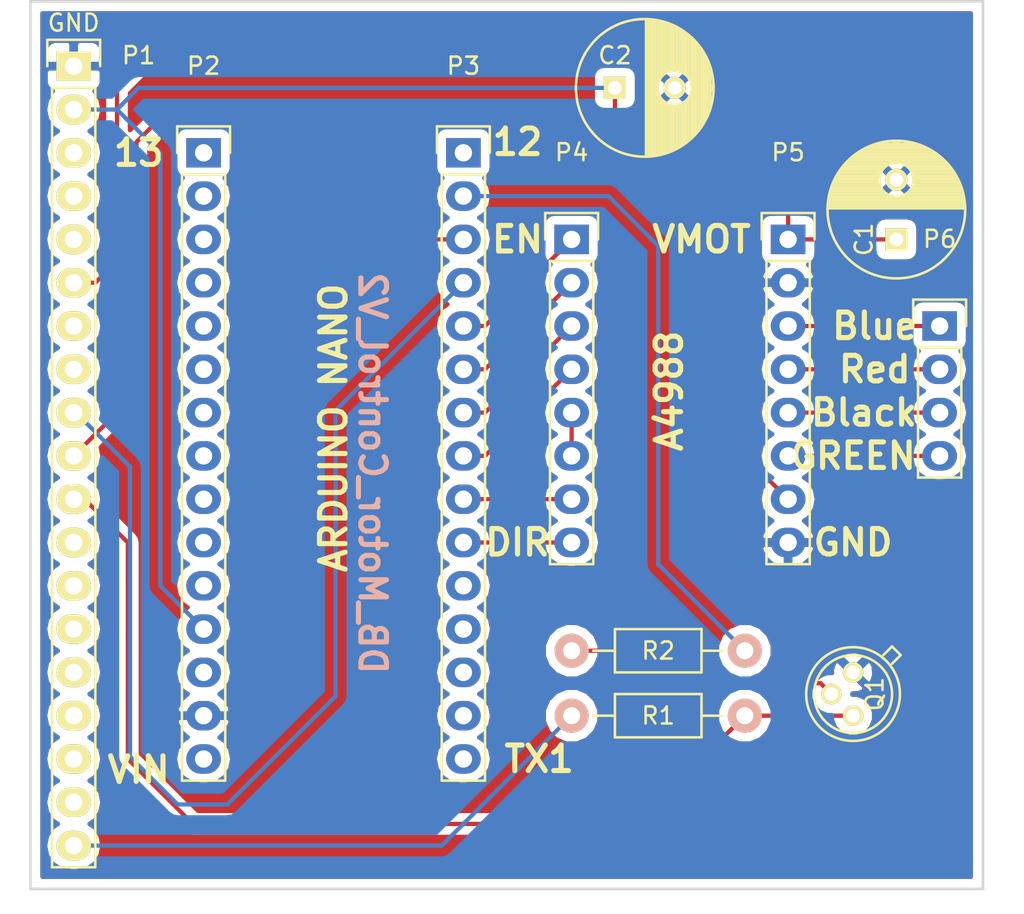
<source format=kicad_pcb>
(kicad_pcb (version 4) (host pcbnew 4.0.4+e1-6308~48~ubuntu16.04.1-stable)

  (general
    (links 29)
    (no_connects 0)
    (area 48.184999 51.994999 104.215001 104.215001)
    (thickness 1.6)
    (drawings 19)
    (tracks 65)
    (zones 0)
    (modules 11)
    (nets 52)
  )

  (page A4)
  (layers
    (0 F.Cu signal)
    (31 B.Cu signal)
    (32 B.Adhes user)
    (33 F.Adhes user)
    (34 B.Paste user)
    (35 F.Paste user)
    (36 B.SilkS user)
    (37 F.SilkS user)
    (38 B.Mask user)
    (39 F.Mask user)
    (40 Dwgs.User user)
    (41 Cmts.User user)
    (42 Eco1.User user)
    (43 Eco2.User user)
    (44 Edge.Cuts user)
    (45 Margin user)
    (46 B.CrtYd user)
    (47 F.CrtYd user)
    (48 B.Fab user)
    (49 F.Fab user)
  )

  (setup
    (last_trace_width 0.25)
    (trace_clearance 0.2)
    (zone_clearance 0.508)
    (zone_45_only no)
    (trace_min 0.2)
    (segment_width 0.2)
    (edge_width 0.15)
    (via_size 0.6)
    (via_drill 0.4)
    (via_min_size 0.4)
    (via_min_drill 0.3)
    (uvia_size 0.3)
    (uvia_drill 0.1)
    (uvias_allowed no)
    (uvia_min_size 0.2)
    (uvia_min_drill 0.1)
    (pcb_text_width 0.3)
    (pcb_text_size 1.5 1.5)
    (mod_edge_width 0.15)
    (mod_text_size 1 1)
    (mod_text_width 0.15)
    (pad_size 1.524 1.524)
    (pad_drill 0.762)
    (pad_to_mask_clearance 0.2)
    (aux_axis_origin 48.26 104.14)
    (grid_origin 48.26 104.14)
    (visible_elements 7FFFFFFF)
    (pcbplotparams
      (layerselection 0x010f0_80000001)
      (usegerberextensions true)
      (excludeedgelayer true)
      (linewidth 0.100000)
      (plotframeref false)
      (viasonmask false)
      (mode 1)
      (useauxorigin true)
      (hpglpennumber 1)
      (hpglpenspeed 20)
      (hpglpendiameter 15)
      (hpglpenoverlay 2)
      (psnegative false)
      (psa4output false)
      (plotreference true)
      (plotvalue true)
      (plotinvisibletext false)
      (padsonsilk false)
      (subtractmaskfromsilk false)
      (outputformat 1)
      (mirror false)
      (drillshape 0)
      (scaleselection 1)
      (outputdirectory ../gerber/))
  )

  (net 0 "")
  (net 1 "Net-(C1-Pad1)")
  (net 2 GND)
  (net 3 "Net-(P1-Pad9)")
  (net 4 "Net-(P1-Pad11)")
  (net 5 "Net-(P1-Pad19)")
  (net 6 "Net-(P3-Pad5)")
  (net 7 "Net-(P3-Pad6)")
  (net 8 "Net-(P3-Pad8)")
  (net 9 "Net-(P4-Pad5)")
  (net 10 "Net-(P5-Pad3)")
  (net 11 "Net-(P5-Pad4)")
  (net 12 "Net-(P5-Pad5)")
  (net 13 "Net-(P5-Pad6)")
  (net 14 "Net-(C2-Pad1)")
  (net 15 "Net-(P3-Pad7)")
  (net 16 "Net-(Q1-Pad2)")
  (net 17 "Net-(P1-Pad10)")
  (net 18 "Net-(P3-Pad9)")
  (net 19 "Net-(P3-Pad10)")
  (net 20 "Net-(P3-Pad2)")
  (net 21 "Net-(P1-Pad3)")
  (net 22 "Net-(P1-Pad4)")
  (net 23 "Net-(P1-Pad5)")
  (net 24 "Net-(P1-Pad7)")
  (net 25 "Net-(P1-Pad8)")
  (net 26 "Net-(P1-Pad12)")
  (net 27 "Net-(P1-Pad13)")
  (net 28 "Net-(P1-Pad14)")
  (net 29 "Net-(P1-Pad15)")
  (net 30 "Net-(P1-Pad16)")
  (net 31 "Net-(P1-Pad17)")
  (net 32 "Net-(P1-Pad18)")
  (net 33 "Net-(P2-Pad1)")
  (net 34 "Net-(P2-Pad2)")
  (net 35 "Net-(P2-Pad3)")
  (net 36 "Net-(P2-Pad4)")
  (net 37 "Net-(P2-Pad5)")
  (net 38 "Net-(P2-Pad6)")
  (net 39 "Net-(P2-Pad7)")
  (net 40 "Net-(P2-Pad8)")
  (net 41 "Net-(P2-Pad9)")
  (net 42 "Net-(P2-Pad10)")
  (net 43 "Net-(P2-Pad11)")
  (net 44 "Net-(P2-Pad13)")
  (net 45 "Net-(P2-Pad15)")
  (net 46 "Net-(P3-Pad1)")
  (net 47 "Net-(P3-Pad11)")
  (net 48 "Net-(P3-Pad12)")
  (net 49 "Net-(P3-Pad13)")
  (net 50 "Net-(P3-Pad14)")
  (net 51 "Net-(P3-Pad15)")

  (net_class Default "This is the default net class."
    (clearance 0.2)
    (trace_width 0.25)
    (via_dia 0.6)
    (via_drill 0.4)
    (uvia_dia 0.3)
    (uvia_drill 0.1)
    (add_net GND)
    (add_net "Net-(C1-Pad1)")
    (add_net "Net-(C2-Pad1)")
    (add_net "Net-(P1-Pad10)")
    (add_net "Net-(P1-Pad11)")
    (add_net "Net-(P1-Pad12)")
    (add_net "Net-(P1-Pad13)")
    (add_net "Net-(P1-Pad14)")
    (add_net "Net-(P1-Pad15)")
    (add_net "Net-(P1-Pad16)")
    (add_net "Net-(P1-Pad17)")
    (add_net "Net-(P1-Pad18)")
    (add_net "Net-(P1-Pad19)")
    (add_net "Net-(P1-Pad3)")
    (add_net "Net-(P1-Pad4)")
    (add_net "Net-(P1-Pad5)")
    (add_net "Net-(P1-Pad7)")
    (add_net "Net-(P1-Pad8)")
    (add_net "Net-(P1-Pad9)")
    (add_net "Net-(P2-Pad1)")
    (add_net "Net-(P2-Pad10)")
    (add_net "Net-(P2-Pad11)")
    (add_net "Net-(P2-Pad13)")
    (add_net "Net-(P2-Pad15)")
    (add_net "Net-(P2-Pad2)")
    (add_net "Net-(P2-Pad3)")
    (add_net "Net-(P2-Pad4)")
    (add_net "Net-(P2-Pad5)")
    (add_net "Net-(P2-Pad6)")
    (add_net "Net-(P2-Pad7)")
    (add_net "Net-(P2-Pad8)")
    (add_net "Net-(P2-Pad9)")
    (add_net "Net-(P3-Pad1)")
    (add_net "Net-(P3-Pad10)")
    (add_net "Net-(P3-Pad11)")
    (add_net "Net-(P3-Pad12)")
    (add_net "Net-(P3-Pad13)")
    (add_net "Net-(P3-Pad14)")
    (add_net "Net-(P3-Pad15)")
    (add_net "Net-(P3-Pad2)")
    (add_net "Net-(P3-Pad5)")
    (add_net "Net-(P3-Pad6)")
    (add_net "Net-(P3-Pad7)")
    (add_net "Net-(P3-Pad8)")
    (add_net "Net-(P3-Pad9)")
    (add_net "Net-(P4-Pad5)")
    (add_net "Net-(P5-Pad3)")
    (add_net "Net-(P5-Pad4)")
    (add_net "Net-(P5-Pad5)")
    (add_net "Net-(P5-Pad6)")
    (add_net "Net-(Q1-Pad2)")
  )

  (module Echopen:Pin_Header_Straight_1x04 (layer F.Cu) (tedit 0) (tstamp 57B317A9)
    (at 101.6 71.12)
    (descr "Through hole pin header")
    (tags "pin header")
    (path /57A88E2B)
    (attr smd)
    (fp_text reference P6 (at 0 -5.1) (layer F.SilkS)
      (effects (font (size 1 1) (thickness 0.15)))
    )
    (fp_text value CONN_01X04 (at 0 -3.1) (layer F.Fab)
      (effects (font (size 1 1) (thickness 0.15)))
    )
    (fp_line (start -1.75 -1.75) (end -1.75 9.4) (layer F.CrtYd) (width 0.05))
    (fp_line (start 1.75 -1.75) (end 1.75 9.4) (layer F.CrtYd) (width 0.05))
    (fp_line (start -1.75 -1.75) (end 1.75 -1.75) (layer F.CrtYd) (width 0.05))
    (fp_line (start -1.75 9.4) (end 1.75 9.4) (layer F.CrtYd) (width 0.05))
    (fp_line (start -1.27 1.27) (end -1.27 8.89) (layer F.SilkS) (width 0.15))
    (fp_line (start 1.27 1.27) (end 1.27 8.89) (layer F.SilkS) (width 0.15))
    (fp_line (start 1.55 -1.55) (end 1.55 0) (layer F.SilkS) (width 0.15))
    (fp_line (start -1.27 8.89) (end 1.27 8.89) (layer F.SilkS) (width 0.15))
    (fp_line (start 1.27 1.27) (end -1.27 1.27) (layer F.SilkS) (width 0.15))
    (fp_line (start -1.55 0) (end -1.55 -1.55) (layer F.SilkS) (width 0.15))
    (fp_line (start -1.55 -1.55) (end 1.55 -1.55) (layer F.SilkS) (width 0.15))
    (pad 1 thru_hole rect (at 0 0) (size 2.032 1.7272) (drill 1.016) (layers *.Cu *.Mask)
      (net 10 "Net-(P5-Pad3)"))
    (pad 2 thru_hole oval (at 0 2.54) (size 2.032 1.7272) (drill 1.016) (layers *.Cu *.Mask)
      (net 11 "Net-(P5-Pad4)"))
    (pad 3 thru_hole oval (at 0 5.08) (size 2.032 1.7272) (drill 1.016) (layers *.Cu *.Mask)
      (net 12 "Net-(P5-Pad5)"))
    (pad 4 thru_hole oval (at 0 7.62) (size 2.032 1.7272) (drill 1.016) (layers *.Cu *.Mask)
      (net 13 "Net-(P5-Pad6)"))
    (model Pin_Headers.3dshapes/Pin_Header_Straight_1x04.wrl
      (at (xyz 0 -0.15 0))
      (scale (xyz 1 1 1))
      (rotate (xyz 0 0 90))
    )
  )

  (module Echopen:Pin_Header_Straight_1x08 (layer F.Cu) (tedit 0) (tstamp 57B317A1)
    (at 92.71 66.04)
    (descr "Through hole pin header")
    (tags "pin header")
    (path /57A8907E)
    (attr smd)
    (fp_text reference P5 (at 0 -5.1) (layer F.SilkS)
      (effects (font (size 1 1) (thickness 0.15)))
    )
    (fp_text value CONN_01X08 (at 0 -3.1) (layer F.Fab)
      (effects (font (size 1 1) (thickness 0.15)))
    )
    (fp_line (start -1.75 -1.75) (end -1.75 19.55) (layer F.CrtYd) (width 0.05))
    (fp_line (start 1.75 -1.75) (end 1.75 19.55) (layer F.CrtYd) (width 0.05))
    (fp_line (start -1.75 -1.75) (end 1.75 -1.75) (layer F.CrtYd) (width 0.05))
    (fp_line (start -1.75 19.55) (end 1.75 19.55) (layer F.CrtYd) (width 0.05))
    (fp_line (start 1.27 1.27) (end 1.27 19.05) (layer F.SilkS) (width 0.15))
    (fp_line (start 1.27 19.05) (end -1.27 19.05) (layer F.SilkS) (width 0.15))
    (fp_line (start -1.27 19.05) (end -1.27 1.27) (layer F.SilkS) (width 0.15))
    (fp_line (start 1.55 -1.55) (end 1.55 0) (layer F.SilkS) (width 0.15))
    (fp_line (start 1.27 1.27) (end -1.27 1.27) (layer F.SilkS) (width 0.15))
    (fp_line (start -1.55 0) (end -1.55 -1.55) (layer F.SilkS) (width 0.15))
    (fp_line (start -1.55 -1.55) (end 1.55 -1.55) (layer F.SilkS) (width 0.15))
    (pad 1 thru_hole rect (at 0 0) (size 2.032 1.7272) (drill 1.016) (layers *.Cu *.Mask)
      (net 1 "Net-(C1-Pad1)"))
    (pad 2 thru_hole oval (at 0 2.54) (size 2.032 1.7272) (drill 1.016) (layers *.Cu *.Mask)
      (net 2 GND))
    (pad 3 thru_hole oval (at 0 5.08) (size 2.032 1.7272) (drill 1.016) (layers *.Cu *.Mask)
      (net 10 "Net-(P5-Pad3)"))
    (pad 4 thru_hole oval (at 0 7.62) (size 2.032 1.7272) (drill 1.016) (layers *.Cu *.Mask)
      (net 11 "Net-(P5-Pad4)"))
    (pad 5 thru_hole oval (at 0 10.16) (size 2.032 1.7272) (drill 1.016) (layers *.Cu *.Mask)
      (net 12 "Net-(P5-Pad5)"))
    (pad 6 thru_hole oval (at 0 12.7) (size 2.032 1.7272) (drill 1.016) (layers *.Cu *.Mask)
      (net 13 "Net-(P5-Pad6)"))
    (pad 7 thru_hole oval (at 0 15.24) (size 2.032 1.7272) (drill 1.016) (layers *.Cu *.Mask)
      (net 14 "Net-(C2-Pad1)"))
    (pad 8 thru_hole oval (at 0 17.78) (size 2.032 1.7272) (drill 1.016) (layers *.Cu *.Mask)
      (net 2 GND))
    (model Pin_Headers.3dshapes/Pin_Header_Straight_1x08.wrl
      (at (xyz 0 -0.35 0))
      (scale (xyz 1 1 1))
      (rotate (xyz 0 0 90))
    )
  )

  (module Echopen:Pin_Header_Straight_1x08 (layer F.Cu) (tedit 0) (tstamp 57B31795)
    (at 80.01 66.04)
    (descr "Through hole pin header")
    (tags "pin header")
    (path /57A89055)
    (attr smd)
    (fp_text reference P4 (at 0 -5.1) (layer F.SilkS)
      (effects (font (size 1 1) (thickness 0.15)))
    )
    (fp_text value CONN_01X08 (at 0 -3.1) (layer F.Fab)
      (effects (font (size 1 1) (thickness 0.15)))
    )
    (fp_line (start -1.75 -1.75) (end -1.75 19.55) (layer F.CrtYd) (width 0.05))
    (fp_line (start 1.75 -1.75) (end 1.75 19.55) (layer F.CrtYd) (width 0.05))
    (fp_line (start -1.75 -1.75) (end 1.75 -1.75) (layer F.CrtYd) (width 0.05))
    (fp_line (start -1.75 19.55) (end 1.75 19.55) (layer F.CrtYd) (width 0.05))
    (fp_line (start 1.27 1.27) (end 1.27 19.05) (layer F.SilkS) (width 0.15))
    (fp_line (start 1.27 19.05) (end -1.27 19.05) (layer F.SilkS) (width 0.15))
    (fp_line (start -1.27 19.05) (end -1.27 1.27) (layer F.SilkS) (width 0.15))
    (fp_line (start 1.55 -1.55) (end 1.55 0) (layer F.SilkS) (width 0.15))
    (fp_line (start 1.27 1.27) (end -1.27 1.27) (layer F.SilkS) (width 0.15))
    (fp_line (start -1.55 0) (end -1.55 -1.55) (layer F.SilkS) (width 0.15))
    (fp_line (start -1.55 -1.55) (end 1.55 -1.55) (layer F.SilkS) (width 0.15))
    (pad 1 thru_hole rect (at 0 0) (size 2.032 1.7272) (drill 1.016) (layers *.Cu *.Mask)
      (net 6 "Net-(P3-Pad5)"))
    (pad 2 thru_hole oval (at 0 2.54) (size 2.032 1.7272) (drill 1.016) (layers *.Cu *.Mask)
      (net 7 "Net-(P3-Pad6)"))
    (pad 3 thru_hole oval (at 0 5.08) (size 2.032 1.7272) (drill 1.016) (layers *.Cu *.Mask)
      (net 15 "Net-(P3-Pad7)"))
    (pad 4 thru_hole oval (at 0 7.62) (size 2.032 1.7272) (drill 1.016) (layers *.Cu *.Mask)
      (net 8 "Net-(P3-Pad8)"))
    (pad 5 thru_hole oval (at 0 10.16) (size 2.032 1.7272) (drill 1.016) (layers *.Cu *.Mask)
      (net 9 "Net-(P4-Pad5)"))
    (pad 6 thru_hole oval (at 0 12.7) (size 2.032 1.7272) (drill 1.016) (layers *.Cu *.Mask)
      (net 9 "Net-(P4-Pad5)"))
    (pad 7 thru_hole oval (at 0 15.24) (size 2.032 1.7272) (drill 1.016) (layers *.Cu *.Mask)
      (net 18 "Net-(P3-Pad9)"))
    (pad 8 thru_hole oval (at 0 17.78) (size 2.032 1.7272) (drill 1.016) (layers *.Cu *.Mask)
      (net 19 "Net-(P3-Pad10)"))
    (model Pin_Headers.3dshapes/Pin_Header_Straight_1x08.wrl
      (at (xyz 0 -0.35 0))
      (scale (xyz 1 1 1))
      (rotate (xyz 0 0 90))
    )
  )

  (module Echopen:Pin_Header_Straight_1x15 (layer F.Cu) (tedit 0) (tstamp 57B31789)
    (at 73.66 60.96)
    (descr "Through hole pin header")
    (tags "pin header")
    (path /57A890ED)
    (attr smd)
    (fp_text reference P3 (at 0 -5.1) (layer F.SilkS)
      (effects (font (size 1 1) (thickness 0.15)))
    )
    (fp_text value CONN_01X15 (at 0 -3.1) (layer F.Fab)
      (effects (font (size 1 1) (thickness 0.15)))
    )
    (fp_line (start -1.75 -1.75) (end -1.75 37.35) (layer F.CrtYd) (width 0.05))
    (fp_line (start 1.75 -1.75) (end 1.75 37.35) (layer F.CrtYd) (width 0.05))
    (fp_line (start -1.75 -1.75) (end 1.75 -1.75) (layer F.CrtYd) (width 0.05))
    (fp_line (start -1.75 37.35) (end 1.75 37.35) (layer F.CrtYd) (width 0.05))
    (fp_line (start -1.27 1.27) (end -1.27 36.83) (layer F.SilkS) (width 0.15))
    (fp_line (start -1.27 36.83) (end 1.27 36.83) (layer F.SilkS) (width 0.15))
    (fp_line (start 1.27 36.83) (end 1.27 1.27) (layer F.SilkS) (width 0.15))
    (fp_line (start 1.55 -1.55) (end 1.55 0) (layer F.SilkS) (width 0.15))
    (fp_line (start 1.27 1.27) (end -1.27 1.27) (layer F.SilkS) (width 0.15))
    (fp_line (start -1.55 0) (end -1.55 -1.55) (layer F.SilkS) (width 0.15))
    (fp_line (start -1.55 -1.55) (end 1.55 -1.55) (layer F.SilkS) (width 0.15))
    (pad 1 thru_hole rect (at 0 0) (size 2.032 1.7272) (drill 1.016) (layers *.Cu *.Mask)
      (net 46 "Net-(P3-Pad1)"))
    (pad 2 thru_hole oval (at 0 2.54) (size 2.032 1.7272) (drill 1.016) (layers *.Cu *.Mask)
      (net 20 "Net-(P3-Pad2)"))
    (pad 3 thru_hole oval (at 0 5.08) (size 2.032 1.7272) (drill 1.016) (layers *.Cu *.Mask)
      (net 17 "Net-(P1-Pad10)"))
    (pad 4 thru_hole oval (at 0 7.62) (size 2.032 1.7272) (drill 1.016) (layers *.Cu *.Mask)
      (net 3 "Net-(P1-Pad9)"))
    (pad 5 thru_hole oval (at 0 10.16) (size 2.032 1.7272) (drill 1.016) (layers *.Cu *.Mask)
      (net 6 "Net-(P3-Pad5)"))
    (pad 6 thru_hole oval (at 0 12.7) (size 2.032 1.7272) (drill 1.016) (layers *.Cu *.Mask)
      (net 7 "Net-(P3-Pad6)"))
    (pad 7 thru_hole oval (at 0 15.24) (size 2.032 1.7272) (drill 1.016) (layers *.Cu *.Mask)
      (net 15 "Net-(P3-Pad7)"))
    (pad 8 thru_hole oval (at 0 17.78) (size 2.032 1.7272) (drill 1.016) (layers *.Cu *.Mask)
      (net 8 "Net-(P3-Pad8)"))
    (pad 9 thru_hole oval (at 0 20.32) (size 2.032 1.7272) (drill 1.016) (layers *.Cu *.Mask)
      (net 18 "Net-(P3-Pad9)"))
    (pad 10 thru_hole oval (at 0 22.86) (size 2.032 1.7272) (drill 1.016) (layers *.Cu *.Mask)
      (net 19 "Net-(P3-Pad10)"))
    (pad 11 thru_hole oval (at 0 25.4) (size 2.032 1.7272) (drill 1.016) (layers *.Cu *.Mask)
      (net 47 "Net-(P3-Pad11)"))
    (pad 12 thru_hole oval (at 0 27.94) (size 2.032 1.7272) (drill 1.016) (layers *.Cu *.Mask)
      (net 48 "Net-(P3-Pad12)"))
    (pad 13 thru_hole oval (at 0 30.48) (size 2.032 1.7272) (drill 1.016) (layers *.Cu *.Mask)
      (net 49 "Net-(P3-Pad13)"))
    (pad 14 thru_hole oval (at 0 33.02) (size 2.032 1.7272) (drill 1.016) (layers *.Cu *.Mask)
      (net 50 "Net-(P3-Pad14)"))
    (pad 15 thru_hole oval (at 0 35.56) (size 2.032 1.7272) (drill 1.016) (layers *.Cu *.Mask)
      (net 51 "Net-(P3-Pad15)"))
    (model Pin_Headers.3dshapes/Pin_Header_Straight_1x15.wrl
      (at (xyz 0 -0.7 0))
      (scale (xyz 1 1 1))
      (rotate (xyz 0 0 90))
    )
  )

  (module Echopen:Pin_Header_Straight_1x15 (layer F.Cu) (tedit 0) (tstamp 57B31776)
    (at 58.42 60.96)
    (descr "Through hole pin header")
    (tags "pin header")
    (path /57A890C3)
    (attr smd)
    (fp_text reference P2 (at 0 -5.1) (layer F.SilkS)
      (effects (font (size 1 1) (thickness 0.15)))
    )
    (fp_text value CONN_01X15 (at 0 -3.1) (layer F.Fab)
      (effects (font (size 1 1) (thickness 0.15)))
    )
    (fp_line (start -1.75 -1.75) (end -1.75 37.35) (layer F.CrtYd) (width 0.05))
    (fp_line (start 1.75 -1.75) (end 1.75 37.35) (layer F.CrtYd) (width 0.05))
    (fp_line (start -1.75 -1.75) (end 1.75 -1.75) (layer F.CrtYd) (width 0.05))
    (fp_line (start -1.75 37.35) (end 1.75 37.35) (layer F.CrtYd) (width 0.05))
    (fp_line (start -1.27 1.27) (end -1.27 36.83) (layer F.SilkS) (width 0.15))
    (fp_line (start -1.27 36.83) (end 1.27 36.83) (layer F.SilkS) (width 0.15))
    (fp_line (start 1.27 36.83) (end 1.27 1.27) (layer F.SilkS) (width 0.15))
    (fp_line (start 1.55 -1.55) (end 1.55 0) (layer F.SilkS) (width 0.15))
    (fp_line (start 1.27 1.27) (end -1.27 1.27) (layer F.SilkS) (width 0.15))
    (fp_line (start -1.55 0) (end -1.55 -1.55) (layer F.SilkS) (width 0.15))
    (fp_line (start -1.55 -1.55) (end 1.55 -1.55) (layer F.SilkS) (width 0.15))
    (pad 1 thru_hole rect (at 0 0) (size 2.032 1.7272) (drill 1.016) (layers *.Cu *.Mask)
      (net 33 "Net-(P2-Pad1)"))
    (pad 2 thru_hole oval (at 0 2.54) (size 2.032 1.7272) (drill 1.016) (layers *.Cu *.Mask)
      (net 34 "Net-(P2-Pad2)"))
    (pad 3 thru_hole oval (at 0 5.08) (size 2.032 1.7272) (drill 1.016) (layers *.Cu *.Mask)
      (net 35 "Net-(P2-Pad3)"))
    (pad 4 thru_hole oval (at 0 7.62) (size 2.032 1.7272) (drill 1.016) (layers *.Cu *.Mask)
      (net 36 "Net-(P2-Pad4)"))
    (pad 5 thru_hole oval (at 0 10.16) (size 2.032 1.7272) (drill 1.016) (layers *.Cu *.Mask)
      (net 37 "Net-(P2-Pad5)"))
    (pad 6 thru_hole oval (at 0 12.7) (size 2.032 1.7272) (drill 1.016) (layers *.Cu *.Mask)
      (net 38 "Net-(P2-Pad6)"))
    (pad 7 thru_hole oval (at 0 15.24) (size 2.032 1.7272) (drill 1.016) (layers *.Cu *.Mask)
      (net 39 "Net-(P2-Pad7)"))
    (pad 8 thru_hole oval (at 0 17.78) (size 2.032 1.7272) (drill 1.016) (layers *.Cu *.Mask)
      (net 40 "Net-(P2-Pad8)"))
    (pad 9 thru_hole oval (at 0 20.32) (size 2.032 1.7272) (drill 1.016) (layers *.Cu *.Mask)
      (net 41 "Net-(P2-Pad9)"))
    (pad 10 thru_hole oval (at 0 22.86) (size 2.032 1.7272) (drill 1.016) (layers *.Cu *.Mask)
      (net 42 "Net-(P2-Pad10)"))
    (pad 11 thru_hole oval (at 0 25.4) (size 2.032 1.7272) (drill 1.016) (layers *.Cu *.Mask)
      (net 43 "Net-(P2-Pad11)"))
    (pad 12 thru_hole oval (at 0 27.94) (size 2.032 1.7272) (drill 1.016) (layers *.Cu *.Mask)
      (net 14 "Net-(C2-Pad1)"))
    (pad 13 thru_hole oval (at 0 30.48) (size 2.032 1.7272) (drill 1.016) (layers *.Cu *.Mask)
      (net 44 "Net-(P2-Pad13)"))
    (pad 14 thru_hole oval (at 0 33.02) (size 2.032 1.7272) (drill 1.016) (layers *.Cu *.Mask)
      (net 2 GND))
    (pad 15 thru_hole oval (at 0 35.56) (size 2.032 1.7272) (drill 1.016) (layers *.Cu *.Mask)
      (net 45 "Net-(P2-Pad15)"))
    (model Pin_Headers.3dshapes/Pin_Header_Straight_1x15.wrl
      (at (xyz 0 -0.7 0))
      (scale (xyz 1 1 1))
      (rotate (xyz 0 0 90))
    )
  )

  (module Echopen:CP_TH_common (layer F.Cu) (tedit 580DD8BA) (tstamp 57BC4AB8)
    (at 82.55 57.15)
    (descr "Radial Electrolytic Capacitor Diameter 8mm x Length 11.5mm, Pitch 3.5mm")
    (tags "Electrolytic Capacitor")
    (path /57BC49A7)
    (attr smd)
    (fp_text reference C2 (at 0 -1.905) (layer F.SilkS)
      (effects (font (size 1 1) (thickness 0.15)))
    )
    (fp_text value 10u (at 1.27 1.905) (layer F.Fab)
      (effects (font (size 1 1) (thickness 0.15)))
    )
    (fp_line (start 1.825 -3.999) (end 1.825 3.999) (layer F.SilkS) (width 0.15))
    (fp_line (start 1.965 -3.994) (end 1.965 3.994) (layer F.SilkS) (width 0.15))
    (fp_line (start 2.105 -3.984) (end 2.105 3.984) (layer F.SilkS) (width 0.15))
    (fp_line (start 2.245 -3.969) (end 2.245 3.969) (layer F.SilkS) (width 0.15))
    (fp_line (start 2.385 -3.949) (end 2.385 3.949) (layer F.SilkS) (width 0.15))
    (fp_line (start 2.525 -3.924) (end 2.525 -0.222) (layer F.SilkS) (width 0.15))
    (fp_line (start 2.525 0.222) (end 2.525 3.924) (layer F.SilkS) (width 0.15))
    (fp_line (start 2.665 -3.894) (end 2.665 -0.55) (layer F.SilkS) (width 0.15))
    (fp_line (start 2.665 0.55) (end 2.665 3.894) (layer F.SilkS) (width 0.15))
    (fp_line (start 2.805 -3.858) (end 2.805 -0.719) (layer F.SilkS) (width 0.15))
    (fp_line (start 2.805 0.719) (end 2.805 3.858) (layer F.SilkS) (width 0.15))
    (fp_line (start 2.945 -3.817) (end 2.945 -0.832) (layer F.SilkS) (width 0.15))
    (fp_line (start 2.945 0.832) (end 2.945 3.817) (layer F.SilkS) (width 0.15))
    (fp_line (start 3.085 -3.771) (end 3.085 -0.91) (layer F.SilkS) (width 0.15))
    (fp_line (start 3.085 0.91) (end 3.085 3.771) (layer F.SilkS) (width 0.15))
    (fp_line (start 3.225 -3.718) (end 3.225 -0.961) (layer F.SilkS) (width 0.15))
    (fp_line (start 3.225 0.961) (end 3.225 3.718) (layer F.SilkS) (width 0.15))
    (fp_line (start 3.365 -3.659) (end 3.365 -0.991) (layer F.SilkS) (width 0.15))
    (fp_line (start 3.365 0.991) (end 3.365 3.659) (layer F.SilkS) (width 0.15))
    (fp_line (start 3.505 -3.594) (end 3.505 -1) (layer F.SilkS) (width 0.15))
    (fp_line (start 3.505 1) (end 3.505 3.594) (layer F.SilkS) (width 0.15))
    (fp_line (start 3.645 -3.523) (end 3.645 -0.989) (layer F.SilkS) (width 0.15))
    (fp_line (start 3.645 0.989) (end 3.645 3.523) (layer F.SilkS) (width 0.15))
    (fp_line (start 3.785 -3.444) (end 3.785 -0.959) (layer F.SilkS) (width 0.15))
    (fp_line (start 3.785 0.959) (end 3.785 3.444) (layer F.SilkS) (width 0.15))
    (fp_line (start 3.925 -3.357) (end 3.925 -0.905) (layer F.SilkS) (width 0.15))
    (fp_line (start 3.925 0.905) (end 3.925 3.357) (layer F.SilkS) (width 0.15))
    (fp_line (start 4.065 -3.262) (end 4.065 -0.825) (layer F.SilkS) (width 0.15))
    (fp_line (start 4.065 0.825) (end 4.065 3.262) (layer F.SilkS) (width 0.15))
    (fp_line (start 4.205 -3.158) (end 4.205 -0.709) (layer F.SilkS) (width 0.15))
    (fp_line (start 4.205 0.709) (end 4.205 3.158) (layer F.SilkS) (width 0.15))
    (fp_line (start 4.345 -3.044) (end 4.345 -0.535) (layer F.SilkS) (width 0.15))
    (fp_line (start 4.345 0.535) (end 4.345 3.044) (layer F.SilkS) (width 0.15))
    (fp_line (start 4.485 -2.919) (end 4.485 -0.173) (layer F.SilkS) (width 0.15))
    (fp_line (start 4.485 0.173) (end 4.485 2.919) (layer F.SilkS) (width 0.15))
    (fp_line (start 4.625 -2.781) (end 4.625 2.781) (layer F.SilkS) (width 0.15))
    (fp_line (start 4.765 -2.629) (end 4.765 2.629) (layer F.SilkS) (width 0.15))
    (fp_line (start 4.905 -2.459) (end 4.905 2.459) (layer F.SilkS) (width 0.15))
    (fp_line (start 5.045 -2.268) (end 5.045 2.268) (layer F.SilkS) (width 0.15))
    (fp_line (start 5.185 -2.05) (end 5.185 2.05) (layer F.SilkS) (width 0.15))
    (fp_line (start 5.325 -1.794) (end 5.325 1.794) (layer F.SilkS) (width 0.15))
    (fp_line (start 5.465 -1.483) (end 5.465 1.483) (layer F.SilkS) (width 0.15))
    (fp_line (start 5.605 -1.067) (end 5.605 1.067) (layer F.SilkS) (width 0.15))
    (fp_line (start 5.745 -0.2) (end 5.745 0.2) (layer F.SilkS) (width 0.15))
    (fp_circle (center 3.5 0) (end 3.5 -1) (layer F.SilkS) (width 0.15))
    (fp_circle (center 1.75 0) (end 1.75 -4.0375) (layer F.SilkS) (width 0.15))
    (fp_circle (center 1.75 0) (end 1.75 -4.3) (layer F.CrtYd) (width 0.05))
    (pad 2 thru_hole circle (at 3.5 0) (size 1.3 1.3) (drill 0.8) (layers *.Cu *.Mask F.SilkS)
      (net 2 GND))
    (pad 1 thru_hole rect (at 0 0) (size 1.3 1.3) (drill 0.8) (layers *.Cu *.Mask F.SilkS)
      (net 14 "Net-(C2-Pad1)"))
    (model Capacitors_ThroughHole.3dshapes/C_Radial_D8_L11.5_P3.5.wrl
      (at (xyz 0 0 0))
      (scale (xyz 1 1 1))
      (rotate (xyz 0 0 0))
    )
  )

  (module Echopen:TO-18_TH_common (layer F.Cu) (tedit 580DD979) (tstamp 57BC4ABF)
    (at 96.52 92.71 90)
    (descr "TO-18, 3Pin,")
    (tags "TO-18, 3Pin,")
    (path /57BC4E2A)
    (attr smd)
    (fp_text reference Q1 (at 0 1.27 90) (layer F.SilkS)
      (effects (font (size 1 1) (thickness 0.15)))
    )
    (fp_text value 2N2222 (at 0 3.175 90) (layer F.Fab)
      (effects (font (size 1 1) (thickness 0.15)))
    )
    (fp_line (start 2.794 2.286) (end 2.286 1.778) (layer F.SilkS) (width 0.15))
    (fp_line (start 1.778 2.286) (end 2.286 2.794) (layer F.SilkS) (width 0.15))
    (fp_line (start 2.286 2.794) (end 2.794 2.286) (layer F.SilkS) (width 0.15))
    (fp_circle (center 0 0) (end 2.286 0) (layer F.SilkS) (width 0.15))
    (fp_circle (center 0 0) (end 2.75 0) (layer F.SilkS) (width 0.15))
    (pad 1 thru_hole circle (at 1.27 0 90) (size 1.2 1.2) (drill 0.8) (layers *.Cu *.Mask F.SilkS)
      (net 2 GND))
    (pad 2 thru_hole circle (at 0 -1.27 90) (size 1.2 1.2) (drill 0.8) (layers *.Cu *.Mask F.SilkS)
      (net 16 "Net-(Q1-Pad2)"))
    (pad 3 thru_hole circle (at -1.27 0 90) (size 1.2 1.2) (drill 0.8) (layers *.Cu *.Mask F.SilkS)
      (net 4 "Net-(P1-Pad11)"))
    (model TO_SOT_Packages_THT.3dshapes/TO-18_3Pin.wrl
      (at (xyz 0 0 0))
      (scale (xyz 0.3937 0.3937 0.3937))
      (rotate (xyz 0 0 0))
    )
  )

  (module Echopen:Resistor_TH_common (layer F.Cu) (tedit 580DD939) (tstamp 57BC4AC5)
    (at 80.01 93.98)
    (descr "Resistor, Axial,  RM 10mm, 1/3W")
    (tags "Resistor Axial RM 10mm 1/3W")
    (path /57BC4D98)
    (attr smd)
    (fp_text reference R1 (at 5.08 0) (layer F.SilkS)
      (effects (font (size 1 1) (thickness 0.15)))
    )
    (fp_text value 1.5k (at 5.08 1.905) (layer F.Fab)
      (effects (font (size 1 1) (thickness 0.15)))
    )
    (fp_line (start -1.25 -1.5) (end 11.4 -1.5) (layer F.CrtYd) (width 0.05))
    (fp_line (start -1.25 1.5) (end -1.25 -1.5) (layer F.CrtYd) (width 0.05))
    (fp_line (start 11.4 -1.5) (end 11.4 1.5) (layer F.CrtYd) (width 0.05))
    (fp_line (start -1.25 1.5) (end 11.4 1.5) (layer F.CrtYd) (width 0.05))
    (fp_line (start 2.54 -1.27) (end 7.62 -1.27) (layer F.SilkS) (width 0.15))
    (fp_line (start 7.62 -1.27) (end 7.62 1.27) (layer F.SilkS) (width 0.15))
    (fp_line (start 7.62 1.27) (end 2.54 1.27) (layer F.SilkS) (width 0.15))
    (fp_line (start 2.54 1.27) (end 2.54 -1.27) (layer F.SilkS) (width 0.15))
    (fp_line (start 2.54 0) (end 1.27 0) (layer F.SilkS) (width 0.15))
    (fp_line (start 7.62 0) (end 8.89 0) (layer F.SilkS) (width 0.15))
    (pad 1 thru_hole circle (at 0 0) (size 1.99898 1.99898) (drill 1.00076) (layers *.Cu *.SilkS *.Mask)
      (net 5 "Net-(P1-Pad19)"))
    (pad 2 thru_hole circle (at 10.16 0) (size 1.99898 1.99898) (drill 1.00076) (layers *.Cu *.SilkS *.Mask)
      (net 4 "Net-(P1-Pad11)"))
    (model Resistors_ThroughHole.3dshapes/Resistor_Horizontal_RM10mm.wrl
      (at (xyz 0.2 0 0))
      (scale (xyz 0.4 0.4 0.4))
      (rotate (xyz 0 0 0))
    )
  )

  (module Echopen:Resistor_TH_common (layer F.Cu) (tedit 580DD939) (tstamp 57BC4ACB)
    (at 80.01 90.17)
    (descr "Resistor, Axial,  RM 10mm, 1/3W")
    (tags "Resistor Axial RM 10mm 1/3W")
    (path /57BC5193)
    (attr smd)
    (fp_text reference R2 (at 5.08 0) (layer F.SilkS)
      (effects (font (size 1 1) (thickness 0.15)))
    )
    (fp_text value 1.5k (at 5.08 1.905) (layer F.Fab)
      (effects (font (size 1 1) (thickness 0.15)))
    )
    (fp_line (start -1.25 -1.5) (end 11.4 -1.5) (layer F.CrtYd) (width 0.05))
    (fp_line (start -1.25 1.5) (end -1.25 -1.5) (layer F.CrtYd) (width 0.05))
    (fp_line (start 11.4 -1.5) (end 11.4 1.5) (layer F.CrtYd) (width 0.05))
    (fp_line (start -1.25 1.5) (end 11.4 1.5) (layer F.CrtYd) (width 0.05))
    (fp_line (start 2.54 -1.27) (end 7.62 -1.27) (layer F.SilkS) (width 0.15))
    (fp_line (start 7.62 -1.27) (end 7.62 1.27) (layer F.SilkS) (width 0.15))
    (fp_line (start 7.62 1.27) (end 2.54 1.27) (layer F.SilkS) (width 0.15))
    (fp_line (start 2.54 1.27) (end 2.54 -1.27) (layer F.SilkS) (width 0.15))
    (fp_line (start 2.54 0) (end 1.27 0) (layer F.SilkS) (width 0.15))
    (fp_line (start 7.62 0) (end 8.89 0) (layer F.SilkS) (width 0.15))
    (pad 1 thru_hole circle (at 0 0) (size 1.99898 1.99898) (drill 1.00076) (layers *.Cu *.SilkS *.Mask)
      (net 16 "Net-(Q1-Pad2)"))
    (pad 2 thru_hole circle (at 10.16 0) (size 1.99898 1.99898) (drill 1.00076) (layers *.Cu *.SilkS *.Mask)
      (net 20 "Net-(P3-Pad2)"))
    (model Resistors_ThroughHole.3dshapes/Resistor_Horizontal_RM10mm.wrl
      (at (xyz 0.2 0 0))
      (scale (xyz 0.4 0.4 0.4))
      (rotate (xyz 0 0 0))
    )
  )

  (module Echopen:CP_TH_common (layer F.Cu) (tedit 580DD8BA) (tstamp 57BD7541)
    (at 99.06 66.04 90)
    (descr "Radial Electrolytic Capacitor Diameter 8mm x Length 11.5mm, Pitch 3.5mm")
    (tags "Electrolytic Capacitor")
    (path /57A8ABF6)
    (attr smd)
    (fp_text reference C1 (at 0 -1.905 90) (layer F.SilkS)
      (effects (font (size 1 1) (thickness 0.15)))
    )
    (fp_text value 100u (at 1.27 1.905 90) (layer F.Fab)
      (effects (font (size 1 1) (thickness 0.15)))
    )
    (fp_line (start 1.825 -3.999) (end 1.825 3.999) (layer F.SilkS) (width 0.15))
    (fp_line (start 1.965 -3.994) (end 1.965 3.994) (layer F.SilkS) (width 0.15))
    (fp_line (start 2.105 -3.984) (end 2.105 3.984) (layer F.SilkS) (width 0.15))
    (fp_line (start 2.245 -3.969) (end 2.245 3.969) (layer F.SilkS) (width 0.15))
    (fp_line (start 2.385 -3.949) (end 2.385 3.949) (layer F.SilkS) (width 0.15))
    (fp_line (start 2.525 -3.924) (end 2.525 -0.222) (layer F.SilkS) (width 0.15))
    (fp_line (start 2.525 0.222) (end 2.525 3.924) (layer F.SilkS) (width 0.15))
    (fp_line (start 2.665 -3.894) (end 2.665 -0.55) (layer F.SilkS) (width 0.15))
    (fp_line (start 2.665 0.55) (end 2.665 3.894) (layer F.SilkS) (width 0.15))
    (fp_line (start 2.805 -3.858) (end 2.805 -0.719) (layer F.SilkS) (width 0.15))
    (fp_line (start 2.805 0.719) (end 2.805 3.858) (layer F.SilkS) (width 0.15))
    (fp_line (start 2.945 -3.817) (end 2.945 -0.832) (layer F.SilkS) (width 0.15))
    (fp_line (start 2.945 0.832) (end 2.945 3.817) (layer F.SilkS) (width 0.15))
    (fp_line (start 3.085 -3.771) (end 3.085 -0.91) (layer F.SilkS) (width 0.15))
    (fp_line (start 3.085 0.91) (end 3.085 3.771) (layer F.SilkS) (width 0.15))
    (fp_line (start 3.225 -3.718) (end 3.225 -0.961) (layer F.SilkS) (width 0.15))
    (fp_line (start 3.225 0.961) (end 3.225 3.718) (layer F.SilkS) (width 0.15))
    (fp_line (start 3.365 -3.659) (end 3.365 -0.991) (layer F.SilkS) (width 0.15))
    (fp_line (start 3.365 0.991) (end 3.365 3.659) (layer F.SilkS) (width 0.15))
    (fp_line (start 3.505 -3.594) (end 3.505 -1) (layer F.SilkS) (width 0.15))
    (fp_line (start 3.505 1) (end 3.505 3.594) (layer F.SilkS) (width 0.15))
    (fp_line (start 3.645 -3.523) (end 3.645 -0.989) (layer F.SilkS) (width 0.15))
    (fp_line (start 3.645 0.989) (end 3.645 3.523) (layer F.SilkS) (width 0.15))
    (fp_line (start 3.785 -3.444) (end 3.785 -0.959) (layer F.SilkS) (width 0.15))
    (fp_line (start 3.785 0.959) (end 3.785 3.444) (layer F.SilkS) (width 0.15))
    (fp_line (start 3.925 -3.357) (end 3.925 -0.905) (layer F.SilkS) (width 0.15))
    (fp_line (start 3.925 0.905) (end 3.925 3.357) (layer F.SilkS) (width 0.15))
    (fp_line (start 4.065 -3.262) (end 4.065 -0.825) (layer F.SilkS) (width 0.15))
    (fp_line (start 4.065 0.825) (end 4.065 3.262) (layer F.SilkS) (width 0.15))
    (fp_line (start 4.205 -3.158) (end 4.205 -0.709) (layer F.SilkS) (width 0.15))
    (fp_line (start 4.205 0.709) (end 4.205 3.158) (layer F.SilkS) (width 0.15))
    (fp_line (start 4.345 -3.044) (end 4.345 -0.535) (layer F.SilkS) (width 0.15))
    (fp_line (start 4.345 0.535) (end 4.345 3.044) (layer F.SilkS) (width 0.15))
    (fp_line (start 4.485 -2.919) (end 4.485 -0.173) (layer F.SilkS) (width 0.15))
    (fp_line (start 4.485 0.173) (end 4.485 2.919) (layer F.SilkS) (width 0.15))
    (fp_line (start 4.625 -2.781) (end 4.625 2.781) (layer F.SilkS) (width 0.15))
    (fp_line (start 4.765 -2.629) (end 4.765 2.629) (layer F.SilkS) (width 0.15))
    (fp_line (start 4.905 -2.459) (end 4.905 2.459) (layer F.SilkS) (width 0.15))
    (fp_line (start 5.045 -2.268) (end 5.045 2.268) (layer F.SilkS) (width 0.15))
    (fp_line (start 5.185 -2.05) (end 5.185 2.05) (layer F.SilkS) (width 0.15))
    (fp_line (start 5.325 -1.794) (end 5.325 1.794) (layer F.SilkS) (width 0.15))
    (fp_line (start 5.465 -1.483) (end 5.465 1.483) (layer F.SilkS) (width 0.15))
    (fp_line (start 5.605 -1.067) (end 5.605 1.067) (layer F.SilkS) (width 0.15))
    (fp_line (start 5.745 -0.2) (end 5.745 0.2) (layer F.SilkS) (width 0.15))
    (fp_circle (center 3.5 0) (end 3.5 -1) (layer F.SilkS) (width 0.15))
    (fp_circle (center 1.75 0) (end 1.75 -4.0375) (layer F.SilkS) (width 0.15))
    (fp_circle (center 1.75 0) (end 1.75 -4.3) (layer F.CrtYd) (width 0.05))
    (pad 2 thru_hole circle (at 3.5 0 90) (size 1.3 1.3) (drill 0.8) (layers *.Cu *.Mask F.SilkS)
      (net 2 GND))
    (pad 1 thru_hole rect (at 0 0 90) (size 1.3 1.3) (drill 0.8) (layers *.Cu *.Mask F.SilkS)
      (net 1 "Net-(C1-Pad1)"))
    (model Capacitors_ThroughHole.3dshapes/C_Radial_D8_L11.5_P3.5.wrl
      (at (xyz 0 0 0))
      (scale (xyz 1 1 1))
      (rotate (xyz 0 0 0))
    )
  )

  (module Echopen:Header_pin_angled_1x19 (layer F.Cu) (tedit 580DDAA9) (tstamp 57BD7546)
    (at 50.8 78.74)
    (descr "Through hole socket strip")
    (tags "socket strip")
    (path /57A8A60C)
    (attr smd)
    (fp_text reference P1 (at 3.81 -23.495) (layer F.SilkS)
      (effects (font (size 1 1) (thickness 0.15)))
    )
    (fp_text value CONN_01X19 (at 0.635 26.035) (layer F.Fab)
      (effects (font (size 1 1) (thickness 0.15)))
    )
    (fp_text user GND (at 0 -25.4) (layer F.SilkS)
      (effects (font (size 1 1) (thickness 0.15)))
    )
    (fp_line (start 1.75 -24.61) (end -1.75 -24.61) (layer F.CrtYd) (width 0.05))
    (fp_line (start 1.75 24.64) (end -1.75 24.64) (layer F.CrtYd) (width 0.05))
    (fp_line (start 1.75 -24.61) (end 1.75 24.64) (layer F.CrtYd) (width 0.05))
    (fp_line (start -1.75 -24.61) (end -1.75 24.64) (layer F.CrtYd) (width 0.05))
    (fp_line (start -1.27 -21.59) (end -1.27 24.13) (layer F.SilkS) (width 0.15))
    (fp_line (start -1.27 24.13) (end 1.27 24.13) (layer F.SilkS) (width 0.15))
    (fp_line (start 1.27 24.13) (end 1.27 -21.59) (layer F.SilkS) (width 0.15))
    (fp_line (start -1.55 -24.41) (end -1.55 -22.86) (layer F.SilkS) (width 0.15))
    (fp_line (start -1.27 -21.59) (end 1.27 -21.59) (layer F.SilkS) (width 0.15))
    (fp_line (start 1.55 -22.86) (end 1.55 -24.41) (layer F.SilkS) (width 0.15))
    (fp_line (start 1.55 -24.41) (end -1.55 -24.41) (layer F.SilkS) (width 0.15))
    (pad 1 thru_hole rect (at 0 -22.86 270) (size 1.7272 2.032) (drill 1.016) (layers *.Cu *.Mask F.SilkS)
      (net 2 GND))
    (pad 2 thru_hole oval (at 0 -20.32 270) (size 1.7272 2.032) (drill 1.016) (layers *.Cu *.Mask F.SilkS)
      (net 14 "Net-(C2-Pad1)"))
    (pad 3 thru_hole oval (at 0 -17.78 270) (size 1.7272 2.032) (drill 1.016) (layers *.Cu *.Mask F.SilkS)
      (net 21 "Net-(P1-Pad3)"))
    (pad 4 thru_hole oval (at 0 -15.24 270) (size 1.7272 2.032) (drill 1.016) (layers *.Cu *.Mask F.SilkS)
      (net 22 "Net-(P1-Pad4)"))
    (pad 5 thru_hole oval (at 0 -12.7 270) (size 1.7272 2.032) (drill 1.016) (layers *.Cu *.Mask F.SilkS)
      (net 23 "Net-(P1-Pad5)"))
    (pad 6 thru_hole oval (at 0 -10.16 270) (size 1.7272 2.032) (drill 1.016) (layers *.Cu *.Mask F.SilkS)
      (net 1 "Net-(C1-Pad1)"))
    (pad 7 thru_hole oval (at 0 -7.62 270) (size 1.7272 2.032) (drill 1.016) (layers *.Cu *.Mask F.SilkS)
      (net 24 "Net-(P1-Pad7)"))
    (pad 8 thru_hole oval (at 0 -5.08 270) (size 1.7272 2.032) (drill 1.016) (layers *.Cu *.Mask F.SilkS)
      (net 25 "Net-(P1-Pad8)"))
    (pad 9 thru_hole oval (at 0 -2.54 270) (size 1.7272 2.032) (drill 1.016) (layers *.Cu *.Mask F.SilkS)
      (net 3 "Net-(P1-Pad9)"))
    (pad 10 thru_hole oval (at 0 0 270) (size 1.7272 2.032) (drill 1.016) (layers *.Cu *.Mask F.SilkS)
      (net 17 "Net-(P1-Pad10)"))
    (pad 11 thru_hole oval (at 0 2.54 270) (size 1.7272 2.032) (drill 1.016) (layers *.Cu *.Mask F.SilkS)
      (net 4 "Net-(P1-Pad11)"))
    (pad 12 thru_hole oval (at 0 5.08 270) (size 1.7272 2.032) (drill 1.016) (layers *.Cu *.Mask F.SilkS)
      (net 26 "Net-(P1-Pad12)"))
    (pad 13 thru_hole oval (at 0 7.62 270) (size 1.7272 2.032) (drill 1.016) (layers *.Cu *.Mask F.SilkS)
      (net 27 "Net-(P1-Pad13)"))
    (pad 14 thru_hole oval (at 0 10.16 270) (size 1.7272 2.032) (drill 1.016) (layers *.Cu *.Mask F.SilkS)
      (net 28 "Net-(P1-Pad14)"))
    (pad 15 thru_hole oval (at 0 12.7 270) (size 1.7272 2.032) (drill 1.016) (layers *.Cu *.Mask F.SilkS)
      (net 29 "Net-(P1-Pad15)"))
    (pad 16 thru_hole oval (at 0 15.24 270) (size 1.7272 2.032) (drill 1.016) (layers *.Cu *.Mask F.SilkS)
      (net 30 "Net-(P1-Pad16)"))
    (pad 17 thru_hole oval (at 0 17.78 270) (size 1.7272 2.032) (drill 1.016) (layers *.Cu *.Mask F.SilkS)
      (net 31 "Net-(P1-Pad17)"))
    (pad 18 thru_hole oval (at 0 20.32 270) (size 1.7272 2.032) (drill 1.016) (layers *.Cu *.Mask F.SilkS)
      (net 32 "Net-(P1-Pad18)"))
    (pad 19 thru_hole oval (at 0 22.86 270) (size 1.7272 2.032) (drill 1.016) (layers *.Cu *.Mask F.SilkS)
      (net 5 "Net-(P1-Pad19)"))
    (model Pin_Headers.3dshapes/Pin_Header_Angled_1x19.wrl
      (at (xyz 0 0 0))
      (scale (xyz 1 1 1))
      (rotate (xyz 0 0 -90))
    )
  )

  (gr_text DB_Motor_Control_V2 (at 68.326 79.756 270) (layer B.SilkS)
    (effects (font (size 1.5 1.5) (thickness 0.3)) (justify mirror))
  )
  (gr_line (start 104.14 52.07) (end 48.26 52.07) (angle 90) (layer Edge.Cuts) (width 0.15))
  (gr_line (start 104.14 104.14) (end 104.14 52.07) (angle 90) (layer Edge.Cuts) (width 0.15))
  (gr_line (start 48.26 104.14) (end 104.14 104.14) (angle 90) (layer Edge.Cuts) (width 0.15))
  (gr_line (start 48.26 52.07) (end 48.26 104.14) (angle 90) (layer Edge.Cuts) (width 0.15))
  (gr_text GREEN (at 96.52 78.74) (layer F.SilkS)
    (effects (font (size 1.5 1.5) (thickness 0.3)))
  )
  (gr_text Black (at 97.155 76.2) (layer F.SilkS)
    (effects (font (size 1.5 1.5) (thickness 0.3)))
  )
  (gr_text Red (at 97.79 73.66) (layer F.SilkS)
    (effects (font (size 1.5 1.5) (thickness 0.3)))
  )
  (gr_text Blue (at 97.79 71.12) (layer F.SilkS)
    (effects (font (size 1.5 1.5) (thickness 0.3)))
  )
  (gr_text GND (at 96.52 83.82) (layer F.SilkS)
    (effects (font (size 1.5 1.5) (thickness 0.3)))
  )
  (gr_text DIR (at 76.835 83.82) (layer F.SilkS)
    (effects (font (size 1.5 1.5) (thickness 0.3)))
  )
  (gr_text VMOT (at 87.63 66.04) (layer F.SilkS)
    (effects (font (size 1.5 1.5) (thickness 0.3)))
  )
  (gr_text EN (at 76.835 66.04) (layer F.SilkS)
    (effects (font (size 1.5 1.5) (thickness 0.3)))
  )
  (gr_text TX1 (at 78.105 96.52) (layer F.SilkS)
    (effects (font (size 1.5 1.5) (thickness 0.3)))
  )
  (gr_text VIN (at 54.61 97.155) (layer F.SilkS)
    (effects (font (size 1.5 1.5) (thickness 0.3)))
  )
  (gr_text 12 (at 76.835 60.325) (layer F.SilkS)
    (effects (font (size 1.5 1.5) (thickness 0.3)))
  )
  (gr_text 13 (at 54.61 60.96) (layer F.SilkS)
    (effects (font (size 1.5 1.5) (thickness 0.3)))
  )
  (gr_text "A4988\n" (at 85.725 74.93 90) (layer F.SilkS)
    (effects (font (size 1.5 1.5) (thickness 0.3)))
  )
  (gr_text "ARDUINO NANO" (at 66.04 85.725 90) (layer F.SilkS)
    (effects (font (size 1.5 1.5) (thickness 0.3)) (justify left))
  )

  (segment (start 50.8 68.58) (end 52.07 68.58) (width 0.25) (layer F.Cu) (net 1))
  (segment (start 92.71 59.69) (end 92.71 66.04) (width 0.25) (layer F.Cu) (net 1) (tstamp 57BD76AC))
  (segment (start 87.63 54.61) (end 92.71 59.69) (width 0.25) (layer F.Cu) (net 1) (tstamp 57BD76AA))
  (segment (start 55.88 54.61) (end 87.63 54.61) (width 0.25) (layer F.Cu) (net 1) (tstamp 57BD76A8))
  (segment (start 53.34 57.15) (end 55.88 54.61) (width 0.25) (layer F.Cu) (net 1) (tstamp 57BD76A6))
  (segment (start 53.34 67.31) (end 53.34 57.15) (width 0.25) (layer F.Cu) (net 1) (tstamp 57BD76A4))
  (segment (start 52.07 68.58) (end 53.34 67.31) (width 0.25) (layer F.Cu) (net 1) (tstamp 57BD76A2))
  (segment (start 92.71 66.04) (end 99.06 66.04) (width 0.25) (layer F.Cu) (net 1) (status 10))
  (segment (start 50.8 76.2) (end 50.927 76.2) (width 0.25) (layer B.Cu) (net 3))
  (segment (start 50.927 76.2) (end 54.102 79.375) (width 0.25) (layer B.Cu) (net 3) (tstamp 580F8959))
  (segment (start 54.102 79.375) (end 54.102 96.393) (width 0.25) (layer B.Cu) (net 3) (tstamp 580F895B))
  (segment (start 54.102 96.393) (end 56.896 99.187) (width 0.25) (layer B.Cu) (net 3) (tstamp 580F895E))
  (segment (start 56.896 99.187) (end 59.817 99.187) (width 0.25) (layer B.Cu) (net 3) (tstamp 580F8965))
  (segment (start 59.817 99.187) (end 66.167 92.837) (width 0.25) (layer B.Cu) (net 3) (tstamp 580F8967))
  (segment (start 66.167 92.837) (end 66.167 76.073) (width 0.25) (layer B.Cu) (net 3) (tstamp 580F8969))
  (segment (start 66.167 76.073) (end 73.66 68.58) (width 0.25) (layer B.Cu) (net 3) (tstamp 580F896B))
  (segment (start 50.8 81.28) (end 51.435 81.28) (width 0.25) (layer F.Cu) (net 4) (status 30))
  (segment (start 51.435 81.28) (end 53.975 83.82) (width 0.25) (layer F.Cu) (net 4) (tstamp 57BC4C01) (status 10))
  (segment (start 53.975 83.82) (end 53.975 96.52) (width 0.25) (layer F.Cu) (net 4) (tstamp 57BC4C02))
  (segment (start 53.975 96.52) (end 57.785 100.33) (width 0.25) (layer F.Cu) (net 4) (tstamp 57BC4C05))
  (segment (start 57.785 100.33) (end 83.82 100.33) (width 0.25) (layer F.Cu) (net 4) (tstamp 57BC4C07))
  (segment (start 83.82 100.33) (end 90.17 93.98) (width 0.25) (layer F.Cu) (net 4) (tstamp 57BC4C09) (status 20))
  (segment (start 90.17 93.98) (end 96.52 93.98) (width 0.25) (layer F.Cu) (net 4) (status 30))
  (segment (start 50.8 101.6) (end 72.39 101.6) (width 0.25) (layer B.Cu) (net 5) (status 10))
  (segment (start 72.39 101.6) (end 80.01 93.98) (width 0.25) (layer B.Cu) (net 5) (tstamp 57BC4CF5) (status 20))
  (segment (start 73.66 71.12) (end 74.93 71.12) (width 0.25) (layer F.Cu) (net 6))
  (segment (start 74.93 71.12) (end 80.01 66.04) (width 0.25) (layer F.Cu) (net 6) (tstamp 580F88A6))
  (segment (start 73.66 73.66) (end 74.93 73.66) (width 0.25) (layer F.Cu) (net 7))
  (segment (start 74.93 73.66) (end 80.01 68.58) (width 0.25) (layer F.Cu) (net 7) (tstamp 580F88A2))
  (segment (start 73.66 78.74) (end 74.93 78.74) (width 0.25) (layer F.Cu) (net 8))
  (segment (start 74.93 78.74) (end 80.01 73.66) (width 0.25) (layer F.Cu) (net 8) (tstamp 580F8899))
  (segment (start 80.01 76.2) (end 80.01 78.74) (width 0.25) (layer F.Cu) (net 9) (status 30))
  (segment (start 92.71 71.12) (end 101.6 71.12) (width 0.25) (layer F.Cu) (net 10) (status 10))
  (segment (start 92.71 73.66) (end 101.6 73.66) (width 0.25) (layer F.Cu) (net 11) (status 10))
  (segment (start 92.71 76.2) (end 101.6 76.2) (width 0.25) (layer F.Cu) (net 12) (status 10))
  (segment (start 92.71 78.74) (end 101.6 78.74) (width 0.25) (layer F.Cu) (net 13) (status 10))
  (segment (start 55.88 60.96) (end 55.88 86.36) (width 0.25) (layer B.Cu) (net 14) (tstamp 57BB4432))
  (segment (start 53.34 58.42) (end 55.88 60.96) (width 0.25) (layer B.Cu) (net 14) (tstamp 57BB4430))
  (segment (start 53.34 58.42) (end 54.61 57.15) (width 0.25) (layer B.Cu) (net 14))
  (segment (start 55.88 86.36) (end 58.42 88.9) (width 0.25) (layer B.Cu) (net 14) (tstamp 57BB4434) (status 20))
  (segment (start 82.55 57.15) (end 82.55 59.69) (width 0.25) (layer F.Cu) (net 14))
  (segment (start 87.63 76.2) (end 92.71 81.28) (width 0.25) (layer F.Cu) (net 14) (tstamp 57BD769E))
  (segment (start 87.63 64.77) (end 87.63 76.2) (width 0.25) (layer F.Cu) (net 14) (tstamp 57BD769C))
  (segment (start 82.55 59.69) (end 87.63 64.77) (width 0.25) (layer F.Cu) (net 14) (tstamp 57BD769A))
  (segment (start 54.61 57.15) (end 82.55 57.15) (width 0.25) (layer B.Cu) (net 14) (tstamp 57BC4B95) (status 20))
  (segment (start 50.8 58.42) (end 53.34 58.42) (width 0.25) (layer B.Cu) (net 14) (status 10))
  (segment (start 73.66 76.2) (end 74.93 76.2) (width 0.25) (layer F.Cu) (net 15))
  (segment (start 74.93 76.2) (end 80.01 71.12) (width 0.25) (layer F.Cu) (net 15) (tstamp 580F889E))
  (segment (start 80.01 90.17) (end 83.82 90.17) (width 0.25) (layer F.Cu) (net 16) (status 10))
  (segment (start 94.615 92.075) (end 95.25 92.71) (width 0.25) (layer F.Cu) (net 16) (tstamp 57BC4BDE) (status 20))
  (segment (start 85.725 92.075) (end 94.615 92.075) (width 0.25) (layer F.Cu) (net 16) (tstamp 57BC4BDC))
  (segment (start 83.82 90.17) (end 85.725 92.075) (width 0.25) (layer F.Cu) (net 16) (tstamp 57BC4BDA))
  (segment (start 73.66 66.04) (end 71.247 66.04) (width 0.25) (layer F.Cu) (net 17))
  (segment (start 54.483 75.057) (end 50.8 78.74) (width 0.25) (layer F.Cu) (net 17) (tstamp 580F8917))
  (segment (start 54.483 60.325) (end 54.483 75.057) (width 0.25) (layer F.Cu) (net 17) (tstamp 580F8913))
  (segment (start 56.261 58.547) (end 54.483 60.325) (width 0.25) (layer F.Cu) (net 17) (tstamp 580F8911))
  (segment (start 63.754 58.547) (end 56.261 58.547) (width 0.25) (layer F.Cu) (net 17) (tstamp 580F8909))
  (segment (start 71.247 66.04) (end 63.754 58.547) (width 0.25) (layer F.Cu) (net 17) (tstamp 580F8907))
  (segment (start 50.8 78.74) (end 50.927 78.74) (width 0.25) (layer B.Cu) (net 17))
  (segment (start 73.66 81.28) (end 80.01 81.28) (width 0.25) (layer F.Cu) (net 18))
  (segment (start 73.66 83.82) (end 80.01 83.82) (width 0.25) (layer F.Cu) (net 19))
  (segment (start 85.09 66.421) (end 85.09 85.09) (width 0.25) (layer B.Cu) (net 20) (tstamp 580F8982))
  (segment (start 82.169 63.5) (end 85.09 66.421) (width 0.25) (layer B.Cu) (net 20) (tstamp 580F897F))
  (segment (start 73.66 63.5) (end 82.169 63.5) (width 0.25) (layer B.Cu) (net 20))
  (segment (start 85.09 85.09) (end 90.17 90.17) (width 0.25) (layer B.Cu) (net 20) (tstamp 580F8985))

  (zone (net 2) (net_name GND) (layer F.Cu) (tstamp 57BD7697) (hatch edge 0.508)
    (connect_pads (clearance 0.508))
    (min_thickness 0.254)
    (fill yes (arc_segments 16) (thermal_gap 0.508) (thermal_bridge_width 0.508))
    (polygon
      (pts
        (xy 104.14 104.14) (xy 48.26 104.14) (xy 48.26 52.07) (xy 104.14 52.07)
      )
    )
    (filled_polygon
      (pts
        (xy 103.43 103.43) (xy 48.97 103.43) (xy 48.97 58.42) (xy 49.116655 58.42) (xy 49.230729 58.993489)
        (xy 49.555585 59.47967) (xy 49.870366 59.69) (xy 49.555585 59.90033) (xy 49.230729 60.386511) (xy 49.116655 60.96)
        (xy 49.230729 61.533489) (xy 49.555585 62.01967) (xy 49.870366 62.23) (xy 49.555585 62.44033) (xy 49.230729 62.926511)
        (xy 49.116655 63.5) (xy 49.230729 64.073489) (xy 49.555585 64.55967) (xy 49.870366 64.77) (xy 49.555585 64.98033)
        (xy 49.230729 65.466511) (xy 49.116655 66.04) (xy 49.230729 66.613489) (xy 49.555585 67.09967) (xy 49.870366 67.31)
        (xy 49.555585 67.52033) (xy 49.230729 68.006511) (xy 49.116655 68.58) (xy 49.230729 69.153489) (xy 49.555585 69.63967)
        (xy 49.870366 69.85) (xy 49.555585 70.06033) (xy 49.230729 70.546511) (xy 49.116655 71.12) (xy 49.230729 71.693489)
        (xy 49.555585 72.17967) (xy 49.870366 72.39) (xy 49.555585 72.60033) (xy 49.230729 73.086511) (xy 49.116655 73.66)
        (xy 49.230729 74.233489) (xy 49.555585 74.71967) (xy 49.870366 74.93) (xy 49.555585 75.14033) (xy 49.230729 75.626511)
        (xy 49.116655 76.2) (xy 49.230729 76.773489) (xy 49.555585 77.25967) (xy 49.870366 77.47) (xy 49.555585 77.68033)
        (xy 49.230729 78.166511) (xy 49.116655 78.74) (xy 49.230729 79.313489) (xy 49.555585 79.79967) (xy 49.870366 80.01)
        (xy 49.555585 80.22033) (xy 49.230729 80.706511) (xy 49.116655 81.28) (xy 49.230729 81.853489) (xy 49.555585 82.33967)
        (xy 49.870366 82.55) (xy 49.555585 82.76033) (xy 49.230729 83.246511) (xy 49.116655 83.82) (xy 49.230729 84.393489)
        (xy 49.555585 84.87967) (xy 49.870366 85.09) (xy 49.555585 85.30033) (xy 49.230729 85.786511) (xy 49.116655 86.36)
        (xy 49.230729 86.933489) (xy 49.555585 87.41967) (xy 49.870366 87.63) (xy 49.555585 87.84033) (xy 49.230729 88.326511)
        (xy 49.116655 88.9) (xy 49.230729 89.473489) (xy 49.555585 89.95967) (xy 49.870366 90.17) (xy 49.555585 90.38033)
        (xy 49.230729 90.866511) (xy 49.116655 91.44) (xy 49.230729 92.013489) (xy 49.555585 92.49967) (xy 49.870366 92.71)
        (xy 49.555585 92.92033) (xy 49.230729 93.406511) (xy 49.116655 93.98) (xy 49.230729 94.553489) (xy 49.555585 95.03967)
        (xy 49.870366 95.25) (xy 49.555585 95.46033) (xy 49.230729 95.946511) (xy 49.116655 96.52) (xy 49.230729 97.093489)
        (xy 49.555585 97.57967) (xy 49.870366 97.79) (xy 49.555585 98.00033) (xy 49.230729 98.486511) (xy 49.116655 99.06)
        (xy 49.230729 99.633489) (xy 49.555585 100.11967) (xy 49.870366 100.33) (xy 49.555585 100.54033) (xy 49.230729 101.026511)
        (xy 49.116655 101.6) (xy 49.230729 102.173489) (xy 49.555585 102.65967) (xy 50.041766 102.984526) (xy 50.615255 103.0986)
        (xy 50.984745 103.0986) (xy 51.558234 102.984526) (xy 52.044415 102.65967) (xy 52.369271 102.173489) (xy 52.483345 101.6)
        (xy 52.369271 101.026511) (xy 52.044415 100.54033) (xy 51.729634 100.33) (xy 52.044415 100.11967) (xy 52.369271 99.633489)
        (xy 52.483345 99.06) (xy 52.369271 98.486511) (xy 52.044415 98.00033) (xy 51.729634 97.79) (xy 52.044415 97.57967)
        (xy 52.369271 97.093489) (xy 52.483345 96.52) (xy 52.369271 95.946511) (xy 52.044415 95.46033) (xy 51.729634 95.25)
        (xy 52.044415 95.03967) (xy 52.369271 94.553489) (xy 52.483345 93.98) (xy 52.369271 93.406511) (xy 52.044415 92.92033)
        (xy 51.729634 92.71) (xy 52.044415 92.49967) (xy 52.369271 92.013489) (xy 52.483345 91.44) (xy 52.369271 90.866511)
        (xy 52.044415 90.38033) (xy 51.729634 90.17) (xy 52.044415 89.95967) (xy 52.369271 89.473489) (xy 52.483345 88.9)
        (xy 52.369271 88.326511) (xy 52.044415 87.84033) (xy 51.729634 87.63) (xy 52.044415 87.41967) (xy 52.369271 86.933489)
        (xy 52.483345 86.36) (xy 52.369271 85.786511) (xy 52.044415 85.30033) (xy 51.729634 85.09) (xy 52.044415 84.87967)
        (xy 52.369271 84.393489) (xy 52.483345 83.82) (xy 52.379839 83.299641) (xy 53.215 84.134802) (xy 53.215 96.52)
        (xy 53.272852 96.810839) (xy 53.437599 97.057401) (xy 57.247599 100.867401) (xy 57.494161 101.032148) (xy 57.785 101.09)
        (xy 83.82 101.09) (xy 84.110839 101.032148) (xy 84.357401 100.867401) (xy 89.678917 95.545885) (xy 89.843453 95.614206)
        (xy 90.493694 95.614774) (xy 91.094655 95.366462) (xy 91.554846 94.907073) (xy 91.624221 94.74) (xy 95.533644 94.74)
        (xy 95.819515 95.026371) (xy 96.273266 95.214785) (xy 96.764579 95.215214) (xy 97.218657 95.027592) (xy 97.566371 94.680485)
        (xy 97.754785 94.226734) (xy 97.755214 93.735421) (xy 97.567592 93.281343) (xy 97.220485 92.933629) (xy 96.766734 92.745215)
        (xy 96.48497 92.744969) (xy 96.485027 92.679521) (xy 96.841413 92.657482) (xy 97.153617 92.528164) (xy 97.20313 92.302735)
        (xy 96.52 91.619605) (xy 96.505858 91.633748) (xy 96.326253 91.454143) (xy 96.340395 91.44) (xy 96.699605 91.44)
        (xy 97.382735 92.12313) (xy 97.608164 92.073617) (xy 97.767807 91.608964) (xy 97.737482 91.118587) (xy 97.608164 90.806383)
        (xy 97.382735 90.75687) (xy 96.699605 91.44) (xy 96.340395 91.44) (xy 95.657265 90.75687) (xy 95.431836 90.806383)
        (xy 95.272193 91.271036) (xy 95.284808 91.47503) (xy 95.058464 91.474832) (xy 94.905839 91.372852) (xy 94.615 91.315)
        (xy 91.336539 91.315) (xy 91.554846 91.097073) (xy 91.770688 90.577265) (xy 95.83687 90.577265) (xy 96.52 91.260395)
        (xy 97.20313 90.577265) (xy 97.153617 90.351836) (xy 96.688964 90.192193) (xy 96.198587 90.222518) (xy 95.886383 90.351836)
        (xy 95.83687 90.577265) (xy 91.770688 90.577265) (xy 91.804206 90.496547) (xy 91.804774 89.846306) (xy 91.556462 89.245345)
        (xy 91.097073 88.785154) (xy 90.496547 88.535794) (xy 89.846306 88.535226) (xy 89.245345 88.783538) (xy 88.785154 89.242927)
        (xy 88.535794 89.843453) (xy 88.535226 90.493694) (xy 88.783538 91.094655) (xy 89.003499 91.315) (xy 86.039802 91.315)
        (xy 84.357401 89.632599) (xy 84.110839 89.467852) (xy 83.82 89.41) (xy 81.464496 89.41) (xy 81.396462 89.245345)
        (xy 80.937073 88.785154) (xy 80.336547 88.535794) (xy 79.686306 88.535226) (xy 79.085345 88.783538) (xy 78.625154 89.242927)
        (xy 78.375794 89.843453) (xy 78.375226 90.493694) (xy 78.623538 91.094655) (xy 79.082927 91.554846) (xy 79.683453 91.804206)
        (xy 80.333694 91.804774) (xy 80.934655 91.556462) (xy 81.394846 91.097073) (xy 81.464221 90.93) (xy 83.505198 90.93)
        (xy 85.187599 92.612401) (xy 85.434161 92.777148) (xy 85.725 92.835) (xy 89.003461 92.835) (xy 88.785154 93.052927)
        (xy 88.535794 93.653453) (xy 88.535226 94.303694) (xy 88.604309 94.470889) (xy 83.505198 99.57) (xy 58.099802 99.57)
        (xy 55.049802 96.52) (xy 56.736655 96.52) (xy 56.850729 97.093489) (xy 57.175585 97.57967) (xy 57.661766 97.904526)
        (xy 58.235255 98.0186) (xy 58.604745 98.0186) (xy 59.178234 97.904526) (xy 59.664415 97.57967) (xy 59.989271 97.093489)
        (xy 60.103345 96.52) (xy 59.989271 95.946511) (xy 59.664415 95.46033) (xy 59.354931 95.253539) (xy 59.770732 94.882036)
        (xy 60.024709 94.354791) (xy 60.027358 94.339026) (xy 59.906217 94.107) (xy 58.547 94.107) (xy 58.547 94.127)
        (xy 58.293 94.127) (xy 58.293 94.107) (xy 56.933783 94.107) (xy 56.812642 94.339026) (xy 56.815291 94.354791)
        (xy 57.069268 94.882036) (xy 57.485069 95.253539) (xy 57.175585 95.46033) (xy 56.850729 95.946511) (xy 56.736655 96.52)
        (xy 55.049802 96.52) (xy 54.735 96.205198) (xy 54.735 83.82) (xy 54.677148 83.529161) (xy 54.677148 83.52916)
        (xy 54.512401 83.282599) (xy 52.476776 81.246974) (xy 52.369271 80.706511) (xy 52.044415 80.22033) (xy 51.729634 80.01)
        (xy 52.044415 79.79967) (xy 52.369271 79.313489) (xy 52.483345 78.74) (xy 52.382381 78.232421) (xy 55.020401 75.594401)
        (xy 55.185148 75.347839) (xy 55.243 75.057) (xy 55.243 63.5) (xy 56.736655 63.5) (xy 56.850729 64.073489)
        (xy 57.175585 64.55967) (xy 57.490366 64.77) (xy 57.175585 64.98033) (xy 56.850729 65.466511) (xy 56.736655 66.04)
        (xy 56.850729 66.613489) (xy 57.175585 67.09967) (xy 57.490366 67.31) (xy 57.175585 67.52033) (xy 56.850729 68.006511)
        (xy 56.736655 68.58) (xy 56.850729 69.153489) (xy 57.175585 69.63967) (xy 57.490366 69.85) (xy 57.175585 70.06033)
        (xy 56.850729 70.546511) (xy 56.736655 71.12) (xy 56.850729 71.693489) (xy 57.175585 72.17967) (xy 57.490366 72.39)
        (xy 57.175585 72.60033) (xy 56.850729 73.086511) (xy 56.736655 73.66) (xy 56.850729 74.233489) (xy 57.175585 74.71967)
        (xy 57.490366 74.93) (xy 57.175585 75.14033) (xy 56.850729 75.626511) (xy 56.736655 76.2) (xy 56.850729 76.773489)
        (xy 57.175585 77.25967) (xy 57.490366 77.47) (xy 57.175585 77.68033) (xy 56.850729 78.166511) (xy 56.736655 78.74)
        (xy 56.850729 79.313489) (xy 57.175585 79.79967) (xy 57.490366 80.01) (xy 57.175585 80.22033) (xy 56.850729 80.706511)
        (xy 56.736655 81.28) (xy 56.850729 81.853489) (xy 57.175585 82.33967) (xy 57.490366 82.55) (xy 57.175585 82.76033)
        (xy 56.850729 83.246511) (xy 56.736655 83.82) (xy 56.850729 84.393489) (xy 57.175585 84.87967) (xy 57.490366 85.09)
        (xy 57.175585 85.30033) (xy 56.850729 85.786511) (xy 56.736655 86.36) (xy 56.850729 86.933489) (xy 57.175585 87.41967)
        (xy 57.490366 87.63) (xy 57.175585 87.84033) (xy 56.850729 88.326511) (xy 56.736655 88.9) (xy 56.850729 89.473489)
        (xy 57.175585 89.95967) (xy 57.490366 90.17) (xy 57.175585 90.38033) (xy 56.850729 90.866511) (xy 56.736655 91.44)
        (xy 56.850729 92.013489) (xy 57.175585 92.49967) (xy 57.485069 92.706461) (xy 57.069268 93.077964) (xy 56.815291 93.605209)
        (xy 56.812642 93.620974) (xy 56.933783 93.853) (xy 58.293 93.853) (xy 58.293 93.833) (xy 58.547 93.833)
        (xy 58.547 93.853) (xy 59.906217 93.853) (xy 60.027358 93.620974) (xy 60.024709 93.605209) (xy 59.770732 93.077964)
        (xy 59.354931 92.706461) (xy 59.664415 92.49967) (xy 59.989271 92.013489) (xy 60.103345 91.44) (xy 59.989271 90.866511)
        (xy 59.664415 90.38033) (xy 59.349634 90.17) (xy 59.664415 89.95967) (xy 59.989271 89.473489) (xy 60.103345 88.9)
        (xy 59.989271 88.326511) (xy 59.664415 87.84033) (xy 59.349634 87.63) (xy 59.664415 87.41967) (xy 59.989271 86.933489)
        (xy 60.103345 86.36) (xy 59.989271 85.786511) (xy 59.664415 85.30033) (xy 59.349634 85.09) (xy 59.664415 84.87967)
        (xy 59.989271 84.393489) (xy 60.103345 83.82) (xy 59.989271 83.246511) (xy 59.664415 82.76033) (xy 59.349634 82.55)
        (xy 59.664415 82.33967) (xy 59.989271 81.853489) (xy 60.103345 81.28) (xy 59.989271 80.706511) (xy 59.664415 80.22033)
        (xy 59.349634 80.01) (xy 59.664415 79.79967) (xy 59.989271 79.313489) (xy 60.103345 78.74) (xy 59.989271 78.166511)
        (xy 59.664415 77.68033) (xy 59.349634 77.47) (xy 59.664415 77.25967) (xy 59.989271 76.773489) (xy 60.103345 76.2)
        (xy 59.989271 75.626511) (xy 59.664415 75.14033) (xy 59.349634 74.93) (xy 59.664415 74.71967) (xy 59.989271 74.233489)
        (xy 60.103345 73.66) (xy 59.989271 73.086511) (xy 59.664415 72.60033) (xy 59.349634 72.39) (xy 59.664415 72.17967)
        (xy 59.989271 71.693489) (xy 60.103345 71.12) (xy 59.989271 70.546511) (xy 59.664415 70.06033) (xy 59.349634 69.85)
        (xy 59.664415 69.63967) (xy 59.989271 69.153489) (xy 60.103345 68.58) (xy 59.989271 68.006511) (xy 59.664415 67.52033)
        (xy 59.349634 67.31) (xy 59.664415 67.09967) (xy 59.989271 66.613489) (xy 60.103345 66.04) (xy 59.989271 65.466511)
        (xy 59.664415 64.98033) (xy 59.349634 64.77) (xy 59.664415 64.55967) (xy 59.989271 64.073489) (xy 60.103345 63.5)
        (xy 59.989271 62.926511) (xy 59.664415 62.44033) (xy 59.650087 62.430757) (xy 59.671317 62.426762) (xy 59.887441 62.28769)
        (xy 60.032431 62.07549) (xy 60.08344 61.8236) (xy 60.08344 60.0964) (xy 60.039162 59.861083) (xy 59.90009 59.644959)
        (xy 59.68789 59.499969) (xy 59.436 59.44896) (xy 57.404 59.44896) (xy 57.168683 59.493238) (xy 56.952559 59.63231)
        (xy 56.807569 59.84451) (xy 56.75656 60.0964) (xy 56.75656 61.8236) (xy 56.800838 62.058917) (xy 56.93991 62.275041)
        (xy 57.15211 62.420031) (xy 57.193439 62.4284) (xy 57.175585 62.44033) (xy 56.850729 62.926511) (xy 56.736655 63.5)
        (xy 55.243 63.5) (xy 55.243 60.639802) (xy 56.575802 59.307) (xy 63.439198 59.307) (xy 70.709599 66.577401)
        (xy 70.95616 66.742148) (xy 71.247 66.8) (xy 72.215352 66.8) (xy 72.415585 67.09967) (xy 72.730366 67.31)
        (xy 72.415585 67.52033) (xy 72.090729 68.006511) (xy 71.976655 68.58) (xy 72.090729 69.153489) (xy 72.415585 69.63967)
        (xy 72.730366 69.85) (xy 72.415585 70.06033) (xy 72.090729 70.546511) (xy 71.976655 71.12) (xy 72.090729 71.693489)
        (xy 72.415585 72.17967) (xy 72.730366 72.39) (xy 72.415585 72.60033) (xy 72.090729 73.086511) (xy 71.976655 73.66)
        (xy 72.090729 74.233489) (xy 72.415585 74.71967) (xy 72.730366 74.93) (xy 72.415585 75.14033) (xy 72.090729 75.626511)
        (xy 71.976655 76.2) (xy 72.090729 76.773489) (xy 72.415585 77.25967) (xy 72.730366 77.47) (xy 72.415585 77.68033)
        (xy 72.090729 78.166511) (xy 71.976655 78.74) (xy 72.090729 79.313489) (xy 72.415585 79.79967) (xy 72.730366 80.01)
        (xy 72.415585 80.22033) (xy 72.090729 80.706511) (xy 71.976655 81.28) (xy 72.090729 81.853489) (xy 72.415585 82.33967)
        (xy 72.730366 82.55) (xy 72.415585 82.76033) (xy 72.090729 83.246511) (xy 71.976655 83.82) (xy 72.090729 84.393489)
        (xy 72.415585 84.87967) (xy 72.730366 85.09) (xy 72.415585 85.30033) (xy 72.090729 85.786511) (xy 71.976655 86.36)
        (xy 72.090729 86.933489) (xy 72.415585 87.41967) (xy 72.730366 87.63) (xy 72.415585 87.84033) (xy 72.090729 88.326511)
        (xy 71.976655 88.9) (xy 72.090729 89.473489) (xy 72.415585 89.95967) (xy 72.730366 90.17) (xy 72.415585 90.38033)
        (xy 72.090729 90.866511) (xy 71.976655 91.44) (xy 72.090729 92.013489) (xy 72.415585 92.49967) (xy 72.730366 92.71)
        (xy 72.415585 92.92033) (xy 72.090729 93.406511) (xy 71.976655 93.98) (xy 72.090729 94.553489) (xy 72.415585 95.03967)
        (xy 72.730366 95.25) (xy 72.415585 95.46033) (xy 72.090729 95.946511) (xy 71.976655 96.52) (xy 72.090729 97.093489)
        (xy 72.415585 97.57967) (xy 72.901766 97.904526) (xy 73.475255 98.0186) (xy 73.844745 98.0186) (xy 74.418234 97.904526)
        (xy 74.904415 97.57967) (xy 75.229271 97.093489) (xy 75.343345 96.52) (xy 75.229271 95.946511) (xy 74.904415 95.46033)
        (xy 74.589634 95.25) (xy 74.904415 95.03967) (xy 75.229271 94.553489) (xy 75.278958 94.303694) (xy 78.375226 94.303694)
        (xy 78.623538 94.904655) (xy 79.082927 95.364846) (xy 79.683453 95.614206) (xy 80.333694 95.614774) (xy 80.934655 95.366462)
        (xy 81.394846 94.907073) (xy 81.644206 94.306547) (xy 81.644774 93.656306) (xy 81.396462 93.055345) (xy 80.937073 92.595154)
        (xy 80.336547 92.345794) (xy 79.686306 92.345226) (xy 79.085345 92.593538) (xy 78.625154 93.052927) (xy 78.375794 93.653453)
        (xy 78.375226 94.303694) (xy 75.278958 94.303694) (xy 75.343345 93.98) (xy 75.229271 93.406511) (xy 74.904415 92.92033)
        (xy 74.589634 92.71) (xy 74.904415 92.49967) (xy 75.229271 92.013489) (xy 75.343345 91.44) (xy 75.229271 90.866511)
        (xy 74.904415 90.38033) (xy 74.589634 90.17) (xy 74.904415 89.95967) (xy 75.229271 89.473489) (xy 75.343345 88.9)
        (xy 75.229271 88.326511) (xy 74.904415 87.84033) (xy 74.589634 87.63) (xy 74.904415 87.41967) (xy 75.229271 86.933489)
        (xy 75.343345 86.36) (xy 75.229271 85.786511) (xy 74.904415 85.30033) (xy 74.589634 85.09) (xy 74.904415 84.87967)
        (xy 75.104648 84.58) (xy 78.565352 84.58) (xy 78.765585 84.87967) (xy 79.251766 85.204526) (xy 79.825255 85.3186)
        (xy 80.194745 85.3186) (xy 80.768234 85.204526) (xy 81.254415 84.87967) (xy 81.579271 84.393489) (xy 81.62193 84.179026)
        (xy 91.102642 84.179026) (xy 91.105291 84.194791) (xy 91.359268 84.722036) (xy 91.79568 85.111954) (xy 92.348087 85.305184)
        (xy 92.583 85.160924) (xy 92.583 83.947) (xy 92.837 83.947) (xy 92.837 85.160924) (xy 93.071913 85.305184)
        (xy 93.62432 85.111954) (xy 94.060732 84.722036) (xy 94.314709 84.194791) (xy 94.317358 84.179026) (xy 94.196217 83.947)
        (xy 92.837 83.947) (xy 92.583 83.947) (xy 91.223783 83.947) (xy 91.102642 84.179026) (xy 81.62193 84.179026)
        (xy 81.693345 83.82) (xy 81.579271 83.246511) (xy 81.254415 82.76033) (xy 80.939634 82.55) (xy 81.254415 82.33967)
        (xy 81.579271 81.853489) (xy 81.693345 81.28) (xy 81.579271 80.706511) (xy 81.254415 80.22033) (xy 80.939634 80.01)
        (xy 81.254415 79.79967) (xy 81.579271 79.313489) (xy 81.693345 78.74) (xy 81.579271 78.166511) (xy 81.254415 77.68033)
        (xy 80.939634 77.47) (xy 81.254415 77.25967) (xy 81.579271 76.773489) (xy 81.693345 76.2) (xy 81.579271 75.626511)
        (xy 81.254415 75.14033) (xy 80.939634 74.93) (xy 81.254415 74.71967) (xy 81.579271 74.233489) (xy 81.693345 73.66)
        (xy 81.579271 73.086511) (xy 81.254415 72.60033) (xy 80.939634 72.39) (xy 81.254415 72.17967) (xy 81.579271 71.693489)
        (xy 81.693345 71.12) (xy 81.579271 70.546511) (xy 81.254415 70.06033) (xy 80.939634 69.85) (xy 81.254415 69.63967)
        (xy 81.579271 69.153489) (xy 81.693345 68.58) (xy 81.579271 68.006511) (xy 81.254415 67.52033) (xy 81.240087 67.510757)
        (xy 81.261317 67.506762) (xy 81.477441 67.36769) (xy 81.622431 67.15549) (xy 81.67344 66.9036) (xy 81.67344 65.1764)
        (xy 81.629162 64.941083) (xy 81.49009 64.724959) (xy 81.27789 64.579969) (xy 81.026 64.52896) (xy 78.994 64.52896)
        (xy 78.758683 64.573238) (xy 78.542559 64.71231) (xy 78.397569 64.92451) (xy 78.34656 65.1764) (xy 78.34656 66.628638)
        (xy 74.908602 70.066596) (xy 74.904415 70.06033) (xy 74.589634 69.85) (xy 74.904415 69.63967) (xy 75.229271 69.153489)
        (xy 75.343345 68.58) (xy 75.229271 68.006511) (xy 74.904415 67.52033) (xy 74.589634 67.31) (xy 74.904415 67.09967)
        (xy 75.229271 66.613489) (xy 75.343345 66.04) (xy 75.229271 65.466511) (xy 74.904415 64.98033) (xy 74.589634 64.77)
        (xy 74.904415 64.55967) (xy 75.229271 64.073489) (xy 75.343345 63.5) (xy 75.229271 62.926511) (xy 74.904415 62.44033)
        (xy 74.890087 62.430757) (xy 74.911317 62.426762) (xy 75.127441 62.28769) (xy 75.272431 62.07549) (xy 75.32344 61.8236)
        (xy 75.32344 60.0964) (xy 75.279162 59.861083) (xy 75.14009 59.644959) (xy 74.92789 59.499969) (xy 74.676 59.44896)
        (xy 72.644 59.44896) (xy 72.408683 59.493238) (xy 72.192559 59.63231) (xy 72.047569 59.84451) (xy 71.99656 60.0964)
        (xy 71.99656 61.8236) (xy 72.040838 62.058917) (xy 72.17991 62.275041) (xy 72.39211 62.420031) (xy 72.433439 62.4284)
        (xy 72.415585 62.44033) (xy 72.090729 62.926511) (xy 71.976655 63.5) (xy 72.090729 64.073489) (xy 72.415585 64.55967)
        (xy 72.730366 64.77) (xy 72.415585 64.98033) (xy 72.215352 65.28) (xy 71.561802 65.28) (xy 64.291401 58.009599)
        (xy 64.044839 57.844852) (xy 63.754 57.787) (xy 56.261 57.787) (xy 55.970161 57.844852) (xy 55.723599 58.009599)
        (xy 54.1 59.633198) (xy 54.1 57.464802) (xy 55.064802 56.5) (xy 81.25256 56.5) (xy 81.25256 57.8)
        (xy 81.296838 58.035317) (xy 81.43591 58.251441) (xy 81.64811 58.396431) (xy 81.79 58.425164) (xy 81.79 59.69)
        (xy 81.847852 59.980839) (xy 82.012599 60.227401) (xy 86.87 65.084802) (xy 86.87 76.2) (xy 86.927852 76.490839)
        (xy 87.092599 76.737401) (xy 91.127619 80.772421) (xy 91.026655 81.28) (xy 91.140729 81.853489) (xy 91.465585 82.33967)
        (xy 91.775069 82.546461) (xy 91.359268 82.917964) (xy 91.105291 83.445209) (xy 91.102642 83.460974) (xy 91.223783 83.693)
        (xy 92.583 83.693) (xy 92.583 83.673) (xy 92.837 83.673) (xy 92.837 83.693) (xy 94.196217 83.693)
        (xy 94.317358 83.460974) (xy 94.314709 83.445209) (xy 94.060732 82.917964) (xy 93.644931 82.546461) (xy 93.954415 82.33967)
        (xy 94.279271 81.853489) (xy 94.393345 81.28) (xy 94.279271 80.706511) (xy 93.954415 80.22033) (xy 93.639634 80.01)
        (xy 93.954415 79.79967) (xy 94.154648 79.5) (xy 100.155352 79.5) (xy 100.355585 79.79967) (xy 100.841766 80.124526)
        (xy 101.415255 80.2386) (xy 101.784745 80.2386) (xy 102.358234 80.124526) (xy 102.844415 79.79967) (xy 103.169271 79.313489)
        (xy 103.283345 78.74) (xy 103.169271 78.166511) (xy 102.844415 77.68033) (xy 102.529634 77.47) (xy 102.844415 77.25967)
        (xy 103.169271 76.773489) (xy 103.283345 76.2) (xy 103.169271 75.626511) (xy 102.844415 75.14033) (xy 102.529634 74.93)
        (xy 102.844415 74.71967) (xy 103.169271 74.233489) (xy 103.283345 73.66) (xy 103.169271 73.086511) (xy 102.844415 72.60033)
        (xy 102.830087 72.590757) (xy 102.851317 72.586762) (xy 103.067441 72.44769) (xy 103.212431 72.23549) (xy 103.26344 71.9836)
        (xy 103.26344 70.2564) (xy 103.219162 70.021083) (xy 103.08009 69.804959) (xy 102.86789 69.659969) (xy 102.616 69.60896)
        (xy 100.584 69.60896) (xy 100.348683 69.653238) (xy 100.132559 69.79231) (xy 99.987569 70.00451) (xy 99.93656 70.2564)
        (xy 99.93656 70.36) (xy 94.154648 70.36) (xy 93.954415 70.06033) (xy 93.644931 69.853539) (xy 94.060732 69.482036)
        (xy 94.314709 68.954791) (xy 94.317358 68.939026) (xy 94.196217 68.707) (xy 92.837 68.707) (xy 92.837 68.727)
        (xy 92.583 68.727) (xy 92.583 68.707) (xy 91.223783 68.707) (xy 91.102642 68.939026) (xy 91.105291 68.954791)
        (xy 91.359268 69.482036) (xy 91.775069 69.853539) (xy 91.465585 70.06033) (xy 91.140729 70.546511) (xy 91.026655 71.12)
        (xy 91.140729 71.693489) (xy 91.465585 72.17967) (xy 91.780366 72.39) (xy 91.465585 72.60033) (xy 91.140729 73.086511)
        (xy 91.026655 73.66) (xy 91.140729 74.233489) (xy 91.465585 74.71967) (xy 91.780366 74.93) (xy 91.465585 75.14033)
        (xy 91.140729 75.626511) (xy 91.026655 76.2) (xy 91.140729 76.773489) (xy 91.465585 77.25967) (xy 91.780366 77.47)
        (xy 91.465585 77.68033) (xy 91.140729 78.166511) (xy 91.062848 78.558046) (xy 88.39 75.885198) (xy 88.39 64.77)
        (xy 88.332148 64.479161) (xy 88.167401 64.232599) (xy 83.31 59.375198) (xy 83.31 58.426742) (xy 83.435317 58.403162)
        (xy 83.651441 58.26409) (xy 83.796431 58.05189) (xy 83.797012 58.049016) (xy 85.33059 58.049016) (xy 85.386271 58.279611)
        (xy 85.869078 58.447622) (xy 86.379428 58.418083) (xy 86.713729 58.279611) (xy 86.76941 58.049016) (xy 86.05 57.329605)
        (xy 85.33059 58.049016) (xy 83.797012 58.049016) (xy 83.84744 57.8) (xy 83.84744 56.969078) (xy 84.752378 56.969078)
        (xy 84.781917 57.479428) (xy 84.920389 57.813729) (xy 85.150984 57.86941) (xy 85.870395 57.15) (xy 86.229605 57.15)
        (xy 86.949016 57.86941) (xy 87.179611 57.813729) (xy 87.347622 57.330922) (xy 87.318083 56.820572) (xy 87.179611 56.486271)
        (xy 86.949016 56.43059) (xy 86.229605 57.15) (xy 85.870395 57.15) (xy 85.150984 56.43059) (xy 84.920389 56.486271)
        (xy 84.752378 56.969078) (xy 83.84744 56.969078) (xy 83.84744 56.5) (xy 83.803162 56.264683) (xy 83.794347 56.250984)
        (xy 85.33059 56.250984) (xy 86.05 56.970395) (xy 86.76941 56.250984) (xy 86.713729 56.020389) (xy 86.230922 55.852378)
        (xy 85.720572 55.881917) (xy 85.386271 56.020389) (xy 85.33059 56.250984) (xy 83.794347 56.250984) (xy 83.66409 56.048559)
        (xy 83.45189 55.903569) (xy 83.2 55.85256) (xy 81.9 55.85256) (xy 81.664683 55.896838) (xy 81.448559 56.03591)
        (xy 81.303569 56.24811) (xy 81.25256 56.5) (xy 55.064802 56.5) (xy 56.194802 55.37) (xy 87.315198 55.37)
        (xy 91.95 60.004802) (xy 91.95 64.52896) (xy 91.694 64.52896) (xy 91.458683 64.573238) (xy 91.242559 64.71231)
        (xy 91.097569 64.92451) (xy 91.04656 65.1764) (xy 91.04656 66.9036) (xy 91.090838 67.138917) (xy 91.22991 67.355041)
        (xy 91.44211 67.500031) (xy 91.536927 67.519232) (xy 91.359268 67.677964) (xy 91.105291 68.205209) (xy 91.102642 68.220974)
        (xy 91.223783 68.453) (xy 92.583 68.453) (xy 92.583 68.433) (xy 92.837 68.433) (xy 92.837 68.453)
        (xy 94.196217 68.453) (xy 94.317358 68.220974) (xy 94.314709 68.205209) (xy 94.060732 67.677964) (xy 93.885155 67.521093)
        (xy 93.961317 67.506762) (xy 94.177441 67.36769) (xy 94.322431 67.15549) (xy 94.37344 66.9036) (xy 94.37344 66.8)
        (xy 97.783258 66.8) (xy 97.806838 66.925317) (xy 97.94591 67.141441) (xy 98.15811 67.286431) (xy 98.41 67.33744)
        (xy 99.71 67.33744) (xy 99.945317 67.293162) (xy 100.161441 67.15409) (xy 100.306431 66.94189) (xy 100.35744 66.69)
        (xy 100.35744 65.39) (xy 100.313162 65.154683) (xy 100.17409 64.938559) (xy 99.96189 64.793569) (xy 99.71 64.74256)
        (xy 98.41 64.74256) (xy 98.174683 64.786838) (xy 97.958559 64.92591) (xy 97.813569 65.13811) (xy 97.784836 65.28)
        (xy 94.37344 65.28) (xy 94.37344 65.1764) (xy 94.329162 64.941083) (xy 94.19009 64.724959) (xy 93.97789 64.579969)
        (xy 93.726 64.52896) (xy 93.47 64.52896) (xy 93.47 63.439016) (xy 98.34059 63.439016) (xy 98.396271 63.669611)
        (xy 98.879078 63.837622) (xy 99.389428 63.808083) (xy 99.723729 63.669611) (xy 99.77941 63.439016) (xy 99.06 62.719605)
        (xy 98.34059 63.439016) (xy 93.47 63.439016) (xy 93.47 62.359078) (xy 97.762378 62.359078) (xy 97.791917 62.869428)
        (xy 97.930389 63.203729) (xy 98.160984 63.25941) (xy 98.880395 62.54) (xy 99.239605 62.54) (xy 99.959016 63.25941)
        (xy 100.189611 63.203729) (xy 100.357622 62.720922) (xy 100.328083 62.210572) (xy 100.189611 61.876271) (xy 99.959016 61.82059)
        (xy 99.239605 62.54) (xy 98.880395 62.54) (xy 98.160984 61.82059) (xy 97.930389 61.876271) (xy 97.762378 62.359078)
        (xy 93.47 62.359078) (xy 93.47 61.640984) (xy 98.34059 61.640984) (xy 99.06 62.360395) (xy 99.77941 61.640984)
        (xy 99.723729 61.410389) (xy 99.240922 61.242378) (xy 98.730572 61.271917) (xy 98.396271 61.410389) (xy 98.34059 61.640984)
        (xy 93.47 61.640984) (xy 93.47 59.69) (xy 93.412148 59.399161) (xy 93.247401 59.152599) (xy 88.167401 54.072599)
        (xy 87.920839 53.907852) (xy 87.63 53.85) (xy 55.88 53.85) (xy 55.637414 53.898254) (xy 55.58916 53.907852)
        (xy 55.342599 54.072599) (xy 52.802599 56.612599) (xy 52.637852 56.859161) (xy 52.58 57.15) (xy 52.58 66.995198)
        (xy 52.048602 67.526596) (xy 52.044415 67.52033) (xy 51.729634 67.31) (xy 52.044415 67.09967) (xy 52.369271 66.613489)
        (xy 52.483345 66.04) (xy 52.369271 65.466511) (xy 52.044415 64.98033) (xy 51.729634 64.77) (xy 52.044415 64.55967)
        (xy 52.369271 64.073489) (xy 52.483345 63.5) (xy 52.369271 62.926511) (xy 52.044415 62.44033) (xy 51.729634 62.23)
        (xy 52.044415 62.01967) (xy 52.369271 61.533489) (xy 52.483345 60.96) (xy 52.369271 60.386511) (xy 52.044415 59.90033)
        (xy 51.729634 59.69) (xy 52.044415 59.47967) (xy 52.369271 58.993489) (xy 52.483345 58.42) (xy 52.369271 57.846511)
        (xy 52.044415 57.36033) (xy 52.02222 57.3455) (xy 52.175699 57.281927) (xy 52.354327 57.103298) (xy 52.451 56.869909)
        (xy 52.451 56.16575) (xy 52.29225 56.007) (xy 50.927 56.007) (xy 50.927 56.027) (xy 50.673 56.027)
        (xy 50.673 56.007) (xy 49.30775 56.007) (xy 49.149 56.16575) (xy 49.149 56.869909) (xy 49.245673 57.103298)
        (xy 49.424301 57.281927) (xy 49.57778 57.3455) (xy 49.555585 57.36033) (xy 49.230729 57.846511) (xy 49.116655 58.42)
        (xy 48.97 58.42) (xy 48.97 54.890091) (xy 49.149 54.890091) (xy 49.149 55.59425) (xy 49.30775 55.753)
        (xy 50.673 55.753) (xy 50.673 54.54015) (xy 50.927 54.54015) (xy 50.927 55.753) (xy 52.29225 55.753)
        (xy 52.451 55.59425) (xy 52.451 54.890091) (xy 52.354327 54.656702) (xy 52.175699 54.478073) (xy 51.94231 54.3814)
        (xy 51.08575 54.3814) (xy 50.927 54.54015) (xy 50.673 54.54015) (xy 50.51425 54.3814) (xy 49.65769 54.3814)
        (xy 49.424301 54.478073) (xy 49.245673 54.656702) (xy 49.149 54.890091) (xy 48.97 54.890091) (xy 48.97 52.78)
        (xy 103.43 52.78)
      )
    )
  )
  (zone (net 2) (net_name GND) (layer B.Cu) (tstamp 57BD7698) (hatch edge 0.508)
    (connect_pads (clearance 0.508))
    (min_thickness 0.254)
    (fill yes (arc_segments 16) (thermal_gap 0.508) (thermal_bridge_width 0.508))
    (polygon
      (pts
        (xy 104.14 104.14) (xy 48.26 104.14) (xy 48.26 52.07) (xy 104.14 52.07)
      )
    )
    (filled_polygon
      (pts
        (xy 103.43 103.43) (xy 48.97 103.43) (xy 48.97 58.42) (xy 49.116655 58.42) (xy 49.230729 58.993489)
        (xy 49.555585 59.47967) (xy 49.870366 59.69) (xy 49.555585 59.90033) (xy 49.230729 60.386511) (xy 49.116655 60.96)
        (xy 49.230729 61.533489) (xy 49.555585 62.01967) (xy 49.870366 62.23) (xy 49.555585 62.44033) (xy 49.230729 62.926511)
        (xy 49.116655 63.5) (xy 49.230729 64.073489) (xy 49.555585 64.55967) (xy 49.870366 64.77) (xy 49.555585 64.98033)
        (xy 49.230729 65.466511) (xy 49.116655 66.04) (xy 49.230729 66.613489) (xy 49.555585 67.09967) (xy 49.870366 67.31)
        (xy 49.555585 67.52033) (xy 49.230729 68.006511) (xy 49.116655 68.58) (xy 49.230729 69.153489) (xy 49.555585 69.63967)
        (xy 49.870366 69.85) (xy 49.555585 70.06033) (xy 49.230729 70.546511) (xy 49.116655 71.12) (xy 49.230729 71.693489)
        (xy 49.555585 72.17967) (xy 49.870366 72.39) (xy 49.555585 72.60033) (xy 49.230729 73.086511) (xy 49.116655 73.66)
        (xy 49.230729 74.233489) (xy 49.555585 74.71967) (xy 49.870366 74.93) (xy 49.555585 75.14033) (xy 49.230729 75.626511)
        (xy 49.116655 76.2) (xy 49.230729 76.773489) (xy 49.555585 77.25967) (xy 49.870366 77.47) (xy 49.555585 77.68033)
        (xy 49.230729 78.166511) (xy 49.116655 78.74) (xy 49.230729 79.313489) (xy 49.555585 79.79967) (xy 49.870366 80.01)
        (xy 49.555585 80.22033) (xy 49.230729 80.706511) (xy 49.116655 81.28) (xy 49.230729 81.853489) (xy 49.555585 82.33967)
        (xy 49.870366 82.55) (xy 49.555585 82.76033) (xy 49.230729 83.246511) (xy 49.116655 83.82) (xy 49.230729 84.393489)
        (xy 49.555585 84.87967) (xy 49.870366 85.09) (xy 49.555585 85.30033) (xy 49.230729 85.786511) (xy 49.116655 86.36)
        (xy 49.230729 86.933489) (xy 49.555585 87.41967) (xy 49.870366 87.63) (xy 49.555585 87.84033) (xy 49.230729 88.326511)
        (xy 49.116655 88.9) (xy 49.230729 89.473489) (xy 49.555585 89.95967) (xy 49.870366 90.17) (xy 49.555585 90.38033)
        (xy 49.230729 90.866511) (xy 49.116655 91.44) (xy 49.230729 92.013489) (xy 49.555585 92.49967) (xy 49.870366 92.71)
        (xy 49.555585 92.92033) (xy 49.230729 93.406511) (xy 49.116655 93.98) (xy 49.230729 94.553489) (xy 49.555585 95.03967)
        (xy 49.870366 95.25) (xy 49.555585 95.46033) (xy 49.230729 95.946511) (xy 49.116655 96.52) (xy 49.230729 97.093489)
        (xy 49.555585 97.57967) (xy 49.870366 97.79) (xy 49.555585 98.00033) (xy 49.230729 98.486511) (xy 49.116655 99.06)
        (xy 49.230729 99.633489) (xy 49.555585 100.11967) (xy 49.870366 100.33) (xy 49.555585 100.54033) (xy 49.230729 101.026511)
        (xy 49.116655 101.6) (xy 49.230729 102.173489) (xy 49.555585 102.65967) (xy 50.041766 102.984526) (xy 50.615255 103.0986)
        (xy 50.984745 103.0986) (xy 51.558234 102.984526) (xy 52.044415 102.65967) (xy 52.244648 102.36) (xy 72.39 102.36)
        (xy 72.680839 102.302148) (xy 72.927401 102.137401) (xy 79.518917 95.545885) (xy 79.683453 95.614206) (xy 80.333694 95.614774)
        (xy 80.934655 95.366462) (xy 81.394846 94.907073) (xy 81.644206 94.306547) (xy 81.644208 94.303694) (xy 88.535226 94.303694)
        (xy 88.783538 94.904655) (xy 89.242927 95.364846) (xy 89.843453 95.614206) (xy 90.493694 95.614774) (xy 91.094655 95.366462)
        (xy 91.554846 94.907073) (xy 91.804206 94.306547) (xy 91.804774 93.656306) (xy 91.556462 93.055345) (xy 91.455872 92.954579)
        (xy 94.014786 92.954579) (xy 94.202408 93.408657) (xy 94.549515 93.756371) (xy 95.003266 93.944785) (xy 95.28503 93.945031)
        (xy 95.284786 94.224579) (xy 95.472408 94.678657) (xy 95.819515 95.026371) (xy 96.273266 95.214785) (xy 96.764579 95.215214)
        (xy 97.218657 95.027592) (xy 97.566371 94.680485) (xy 97.754785 94.226734) (xy 97.755214 93.735421) (xy 97.567592 93.281343)
        (xy 97.220485 92.933629) (xy 96.766734 92.745215) (xy 96.48497 92.744969) (xy 96.485027 92.679521) (xy 96.841413 92.657482)
        (xy 97.153617 92.528164) (xy 97.20313 92.302735) (xy 96.52 91.619605) (xy 96.505858 91.633748) (xy 96.326253 91.454143)
        (xy 96.340395 91.44) (xy 96.699605 91.44) (xy 97.382735 92.12313) (xy 97.608164 92.073617) (xy 97.767807 91.608964)
        (xy 97.737482 91.118587) (xy 97.608164 90.806383) (xy 97.382735 90.75687) (xy 96.699605 91.44) (xy 96.340395 91.44)
        (xy 95.657265 90.75687) (xy 95.431836 90.806383) (xy 95.272193 91.271036) (xy 95.284808 91.47503) (xy 95.005421 91.474786)
        (xy 94.551343 91.662408) (xy 94.203629 92.009515) (xy 94.015215 92.463266) (xy 94.014786 92.954579) (xy 91.455872 92.954579)
        (xy 91.097073 92.595154) (xy 90.496547 92.345794) (xy 89.846306 92.345226) (xy 89.245345 92.593538) (xy 88.785154 93.052927)
        (xy 88.535794 93.653453) (xy 88.535226 94.303694) (xy 81.644208 94.303694) (xy 81.644774 93.656306) (xy 81.396462 93.055345)
        (xy 80.937073 92.595154) (xy 80.336547 92.345794) (xy 79.686306 92.345226) (xy 79.085345 92.593538) (xy 78.625154 93.052927)
        (xy 78.375794 93.653453) (xy 78.375226 94.303694) (xy 78.444309 94.470889) (xy 72.075198 100.84) (xy 52.244648 100.84)
        (xy 52.044415 100.54033) (xy 51.729634 100.33) (xy 52.044415 100.11967) (xy 52.369271 99.633489) (xy 52.483345 99.06)
        (xy 52.369271 98.486511) (xy 52.044415 98.00033) (xy 51.729634 97.79) (xy 52.044415 97.57967) (xy 52.369271 97.093489)
        (xy 52.483345 96.52) (xy 52.369271 95.946511) (xy 52.044415 95.46033) (xy 51.729634 95.25) (xy 52.044415 95.03967)
        (xy 52.369271 94.553489) (xy 52.483345 93.98) (xy 52.369271 93.406511) (xy 52.044415 92.92033) (xy 51.729634 92.71)
        (xy 52.044415 92.49967) (xy 52.369271 92.013489) (xy 52.483345 91.44) (xy 52.369271 90.866511) (xy 52.044415 90.38033)
        (xy 51.729634 90.17) (xy 52.044415 89.95967) (xy 52.369271 89.473489) (xy 52.483345 88.9) (xy 52.369271 88.326511)
        (xy 52.044415 87.84033) (xy 51.729634 87.63) (xy 52.044415 87.41967) (xy 52.369271 86.933489) (xy 52.483345 86.36)
        (xy 52.369271 85.786511) (xy 52.044415 85.30033) (xy 51.729634 85.09) (xy 52.044415 84.87967) (xy 52.369271 84.393489)
        (xy 52.483345 83.82) (xy 52.369271 83.246511) (xy 52.044415 82.76033) (xy 51.729634 82.55) (xy 52.044415 82.33967)
        (xy 52.369271 81.853489) (xy 52.483345 81.28) (xy 52.369271 80.706511) (xy 52.044415 80.22033) (xy 51.729634 80.01)
        (xy 52.044415 79.79967) (xy 52.369271 79.313489) (xy 52.468223 78.816025) (xy 53.342 79.689802) (xy 53.342 96.393)
        (xy 53.399852 96.683839) (xy 53.564599 96.930401) (xy 56.358599 99.724401) (xy 56.605161 99.889148) (xy 56.896 99.947)
        (xy 59.817 99.947) (xy 60.107839 99.889148) (xy 60.354401 99.724401) (xy 66.704401 93.374401) (xy 66.869148 93.127839)
        (xy 66.927 92.837) (xy 66.927 76.387802) (xy 72.012848 71.301954) (xy 72.090729 71.693489) (xy 72.415585 72.17967)
        (xy 72.730366 72.39) (xy 72.415585 72.60033) (xy 72.090729 73.086511) (xy 71.976655 73.66) (xy 72.090729 74.233489)
        (xy 72.415585 74.71967) (xy 72.730366 74.93) (xy 72.415585 75.14033) (xy 72.090729 75.626511) (xy 71.976655 76.2)
        (xy 72.090729 76.773489) (xy 72.415585 77.25967) (xy 72.730366 77.47) (xy 72.415585 77.68033) (xy 72.090729 78.166511)
        (xy 71.976655 78.74) (xy 72.090729 79.313489) (xy 72.415585 79.79967) (xy 72.730366 80.01) (xy 72.415585 80.22033)
        (xy 72.090729 80.706511) (xy 71.976655 81.28) (xy 72.090729 81.853489) (xy 72.415585 82.33967) (xy 72.730366 82.55)
        (xy 72.415585 82.76033) (xy 72.090729 83.246511) (xy 71.976655 83.82) (xy 72.090729 84.393489) (xy 72.415585 84.87967)
        (xy 72.730366 85.09) (xy 72.415585 85.30033) (xy 72.090729 85.786511) (xy 71.976655 86.36) (xy 72.090729 86.933489)
        (xy 72.415585 87.41967) (xy 72.730366 87.63) (xy 72.415585 87.84033) (xy 72.090729 88.326511) (xy 71.976655 88.9)
        (xy 72.090729 89.473489) (xy 72.415585 89.95967) (xy 72.730366 90.17) (xy 72.415585 90.38033) (xy 72.090729 90.866511)
        (xy 71.976655 91.44) (xy 72.090729 92.013489) (xy 72.415585 92.49967) (xy 72.730366 92.71) (xy 72.415585 92.92033)
        (xy 72.090729 93.406511) (xy 71.976655 93.98) (xy 72.090729 94.553489) (xy 72.415585 95.03967) (xy 72.730366 95.25)
        (xy 72.415585 95.46033) (xy 72.090729 95.946511) (xy 71.976655 96.52) (xy 72.090729 97.093489) (xy 72.415585 97.57967)
        (xy 72.901766 97.904526) (xy 73.475255 98.0186) (xy 73.844745 98.0186) (xy 74.418234 97.904526) (xy 74.904415 97.57967)
        (xy 75.229271 97.093489) (xy 75.343345 96.52) (xy 75.229271 95.946511) (xy 74.904415 95.46033) (xy 74.589634 95.25)
        (xy 74.904415 95.03967) (xy 75.229271 94.553489) (xy 75.343345 93.98) (xy 75.229271 93.406511) (xy 74.904415 92.92033)
        (xy 74.589634 92.71) (xy 74.904415 92.49967) (xy 75.229271 92.013489) (xy 75.343345 91.44) (xy 75.229271 90.866511)
        (xy 74.980163 90.493694) (xy 78.375226 90.493694) (xy 78.623538 91.094655) (xy 79.082927 91.554846) (xy 79.683453 91.804206)
        (xy 80.333694 91.804774) (xy 80.934655 91.556462) (xy 81.394846 91.097073) (xy 81.644206 90.496547) (xy 81.644774 89.846306)
        (xy 81.396462 89.245345) (xy 80.937073 88.785154) (xy 80.336547 88.535794) (xy 79.686306 88.535226) (xy 79.085345 88.783538)
        (xy 78.625154 89.242927) (xy 78.375794 89.843453) (xy 78.375226 90.493694) (xy 74.980163 90.493694) (xy 74.904415 90.38033)
        (xy 74.589634 90.17) (xy 74.904415 89.95967) (xy 75.229271 89.473489) (xy 75.343345 88.9) (xy 75.229271 88.326511)
        (xy 74.904415 87.84033) (xy 74.589634 87.63) (xy 74.904415 87.41967) (xy 75.229271 86.933489) (xy 75.343345 86.36)
        (xy 75.229271 85.786511) (xy 74.904415 85.30033) (xy 74.589634 85.09) (xy 74.904415 84.87967) (xy 75.229271 84.393489)
        (xy 75.343345 83.82) (xy 75.229271 83.246511) (xy 74.904415 82.76033) (xy 74.589634 82.55) (xy 74.904415 82.33967)
        (xy 75.229271 81.853489) (xy 75.343345 81.28) (xy 75.229271 80.706511) (xy 74.904415 80.22033) (xy 74.589634 80.01)
        (xy 74.904415 79.79967) (xy 75.229271 79.313489) (xy 75.343345 78.74) (xy 75.229271 78.166511) (xy 74.904415 77.68033)
        (xy 74.589634 77.47) (xy 74.904415 77.25967) (xy 75.229271 76.773489) (xy 75.343345 76.2) (xy 75.229271 75.626511)
        (xy 74.904415 75.14033) (xy 74.589634 74.93) (xy 74.904415 74.71967) (xy 75.229271 74.233489) (xy 75.343345 73.66)
        (xy 75.229271 73.086511) (xy 74.904415 72.60033) (xy 74.589634 72.39) (xy 74.904415 72.17967) (xy 75.229271 71.693489)
        (xy 75.343345 71.12) (xy 75.229271 70.546511) (xy 74.904415 70.06033) (xy 74.589634 69.85) (xy 74.904415 69.63967)
        (xy 75.229271 69.153489) (xy 75.343345 68.58) (xy 78.326655 68.58) (xy 78.440729 69.153489) (xy 78.765585 69.63967)
        (xy 79.080366 69.85) (xy 78.765585 70.06033) (xy 78.440729 70.546511) (xy 78.326655 71.12) (xy 78.440729 71.693489)
        (xy 78.765585 72.17967) (xy 79.080366 72.39) (xy 78.765585 72.60033) (xy 78.440729 73.086511) (xy 78.326655 73.66)
        (xy 78.440729 74.233489) (xy 78.765585 74.71967) (xy 79.080366 74.93) (xy 78.765585 75.14033) (xy 78.440729 75.626511)
        (xy 78.326655 76.2) (xy 78.440729 76.773489) (xy 78.765585 77.25967) (xy 79.080366 77.47) (xy 78.765585 77.68033)
        (xy 78.440729 78.166511) (xy 78.326655 78.74) (xy 78.440729 79.313489) (xy 78.765585 79.79967) (xy 79.080366 80.01)
        (xy 78.765585 80.22033) (xy 78.440729 80.706511) (xy 78.326655 81.28) (xy 78.440729 81.853489) (xy 78.765585 82.33967)
        (xy 79.080366 82.55) (xy 78.765585 82.76033) (xy 78.440729 83.246511) (xy 78.326655 83.82) (xy 78.440729 84.393489)
        (xy 78.765585 84.87967) (xy 79.251766 85.204526) (xy 79.825255 85.3186) (xy 80.194745 85.3186) (xy 80.768234 85.204526)
        (xy 81.254415 84.87967) (xy 81.579271 84.393489) (xy 81.693345 83.82) (xy 81.579271 83.246511) (xy 81.254415 82.76033)
        (xy 80.939634 82.55) (xy 81.254415 82.33967) (xy 81.579271 81.853489) (xy 81.693345 81.28) (xy 81.579271 80.706511)
        (xy 81.254415 80.22033) (xy 80.939634 80.01) (xy 81.254415 79.79967) (xy 81.579271 79.313489) (xy 81.693345 78.74)
        (xy 81.579271 78.166511) (xy 81.254415 77.68033) (xy 80.939634 77.47) (xy 81.254415 77.25967) (xy 81.579271 76.773489)
        (xy 81.693345 76.2) (xy 81.579271 75.626511) (xy 81.254415 75.14033) (xy 80.939634 74.93) (xy 81.254415 74.71967)
        (xy 81.579271 74.233489) (xy 81.693345 73.66) (xy 81.579271 73.086511) (xy 81.254415 72.60033) (xy 80.939634 72.39)
        (xy 81.254415 72.17967) (xy 81.579271 71.693489) (xy 81.693345 71.12) (xy 81.579271 70.546511) (xy 81.254415 70.06033)
        (xy 80.939634 69.85) (xy 81.254415 69.63967) (xy 81.579271 69.153489) (xy 81.693345 68.58) (xy 81.579271 68.006511)
        (xy 81.254415 67.52033) (xy 81.240087 67.510757) (xy 81.261317 67.506762) (xy 81.477441 67.36769) (xy 81.622431 67.15549)
        (xy 81.67344 66.9036) (xy 81.67344 65.1764) (xy 81.629162 64.941083) (xy 81.49009 64.724959) (xy 81.27789 64.579969)
        (xy 81.026 64.52896) (xy 78.994 64.52896) (xy 78.758683 64.573238) (xy 78.542559 64.71231) (xy 78.397569 64.92451)
        (xy 78.34656 65.1764) (xy 78.34656 66.9036) (xy 78.390838 67.138917) (xy 78.52991 67.355041) (xy 78.74211 67.500031)
        (xy 78.783439 67.5084) (xy 78.765585 67.52033) (xy 78.440729 68.006511) (xy 78.326655 68.58) (xy 75.343345 68.58)
        (xy 75.229271 68.006511) (xy 74.904415 67.52033) (xy 74.589634 67.31) (xy 74.904415 67.09967) (xy 75.229271 66.613489)
        (xy 75.343345 66.04) (xy 75.229271 65.466511) (xy 74.904415 64.98033) (xy 74.589634 64.77) (xy 74.904415 64.55967)
        (xy 75.104648 64.26) (xy 81.854198 64.26) (xy 84.33 66.735802) (xy 84.33 85.09) (xy 84.387852 85.380839)
        (xy 84.552599 85.627401) (xy 88.604115 89.678917) (xy 88.535794 89.843453) (xy 88.535226 90.493694) (xy 88.783538 91.094655)
        (xy 89.242927 91.554846) (xy 89.843453 91.804206) (xy 90.493694 91.804774) (xy 91.094655 91.556462) (xy 91.554846 91.097073)
        (xy 91.770688 90.577265) (xy 95.83687 90.577265) (xy 96.52 91.260395) (xy 97.20313 90.577265) (xy 97.153617 90.351836)
        (xy 96.688964 90.192193) (xy 96.198587 90.222518) (xy 95.886383 90.351836) (xy 95.83687 90.577265) (xy 91.770688 90.577265)
        (xy 91.804206 90.496547) (xy 91.804774 89.846306) (xy 91.556462 89.245345) (xy 91.097073 88.785154) (xy 90.496547 88.535794)
        (xy 89.846306 88.535226) (xy 89.679111 88.604309) (xy 85.85 84.775198) (xy 85.85 84.179026) (xy 91.102642 84.179026)
        (xy 91.105291 84.194791) (xy 91.359268 84.722036) (xy 91.79568 85.111954) (xy 92.348087 85.305184) (xy 92.583 85.160924)
        (xy 92.583 83.947) (xy 92.837 83.947) (xy 92.837 85.160924) (xy 93.071913 85.305184) (xy 93.62432 85.111954)
        (xy 94.060732 84.722036) (xy 94.314709 84.194791) (xy 94.317358 84.179026) (xy 94.196217 83.947) (xy 92.837 83.947)
        (xy 92.583 83.947) (xy 91.223783 83.947) (xy 91.102642 84.179026) (xy 85.85 84.179026) (xy 85.85 71.12)
        (xy 91.026655 71.12) (xy 91.140729 71.693489) (xy 91.465585 72.17967) (xy 91.780366 72.39) (xy 91.465585 72.60033)
        (xy 91.140729 73.086511) (xy 91.026655 73.66) (xy 91.140729 74.233489) (xy 91.465585 74.71967) (xy 91.780366 74.93)
        (xy 91.465585 75.14033) (xy 91.140729 75.626511) (xy 91.026655 76.2) (xy 91.140729 76.773489) (xy 91.465585 77.25967)
        (xy 91.780366 77.47) (xy 91.465585 77.68033) (xy 91.140729 78.166511) (xy 91.026655 78.74) (xy 91.140729 79.313489)
        (xy 91.465585 79.79967) (xy 91.780366 80.01) (xy 91.465585 80.22033) (xy 91.140729 80.706511) (xy 91.026655 81.28)
        (xy 91.140729 81.853489) (xy 91.465585 82.33967) (xy 91.775069 82.546461) (xy 91.359268 82.917964) (xy 91.105291 83.445209)
        (xy 91.102642 83.460974) (xy 91.223783 83.693) (xy 92.583 83.693) (xy 92.583 83.673) (xy 92.837 83.673)
        (xy 92.837 83.693) (xy 94.196217 83.693) (xy 94.317358 83.460974) (xy 94.314709 83.445209) (xy 94.060732 82.917964)
        (xy 93.644931 82.546461) (xy 93.954415 82.33967) (xy 94.279271 81.853489) (xy 94.393345 81.28) (xy 94.279271 80.706511)
        (xy 93.954415 80.22033) (xy 93.639634 80.01) (xy 93.954415 79.79967) (xy 94.279271 79.313489) (xy 94.393345 78.74)
        (xy 94.279271 78.166511) (xy 93.954415 77.68033) (xy 93.639634 77.47) (xy 93.954415 77.25967) (xy 94.279271 76.773489)
        (xy 94.393345 76.2) (xy 94.279271 75.626511) (xy 93.954415 75.14033) (xy 93.639634 74.93) (xy 93.954415 74.71967)
        (xy 94.279271 74.233489) (xy 94.393345 73.66) (xy 99.916655 73.66) (xy 100.030729 74.233489) (xy 100.355585 74.71967)
        (xy 100.670366 74.93) (xy 100.355585 75.14033) (xy 100.030729 75.626511) (xy 99.916655 76.2) (xy 100.030729 76.773489)
        (xy 100.355585 77.25967) (xy 100.670366 77.47) (xy 100.355585 77.68033) (xy 100.030729 78.166511) (xy 99.916655 78.74)
        (xy 100.030729 79.313489) (xy 100.355585 79.79967) (xy 100.841766 80.124526) (xy 101.415255 80.2386) (xy 101.784745 80.2386)
        (xy 102.358234 80.124526) (xy 102.844415 79.79967) (xy 103.169271 79.313489) (xy 103.283345 78.74) (xy 103.169271 78.166511)
        (xy 102.844415 77.68033) (xy 102.529634 77.47) (xy 102.844415 77.25967) (xy 103.169271 76.773489) (xy 103.283345 76.2)
        (xy 103.169271 75.626511) (xy 102.844415 75.14033) (xy 102.529634 74.93) (xy 102.844415 74.71967) (xy 103.169271 74.233489)
        (xy 103.283345 73.66) (xy 103.169271 73.086511) (xy 102.844415 72.60033) (xy 102.830087 72.590757) (xy 102.851317 72.586762)
        (xy 103.067441 72.44769) (xy 103.212431 72.23549) (xy 103.26344 71.9836) (xy 103.26344 70.2564) (xy 103.219162 70.021083)
        (xy 103.08009 69.804959) (xy 102.86789 69.659969) (xy 102.616 69.60896) (xy 100.584 69.60896) (xy 100.348683 69.653238)
        (xy 100.132559 69.79231) (xy 99.987569 70.00451) (xy 99.93656 70.2564) (xy 99.93656 71.9836) (xy 99.980838 72.218917)
        (xy 100.11991 72.435041) (xy 100.33211 72.580031) (xy 100.373439 72.5884) (xy 100.355585 72.60033) (xy 100.030729 73.086511)
        (xy 99.916655 73.66) (xy 94.393345 73.66) (xy 94.279271 73.086511) (xy 93.954415 72.60033) (xy 93.639634 72.39)
        (xy 93.954415 72.17967) (xy 94.279271 71.693489) (xy 94.393345 71.12) (xy 94.279271 70.546511) (xy 93.954415 70.06033)
        (xy 93.644931 69.853539) (xy 94.060732 69.482036) (xy 94.314709 68.954791) (xy 94.317358 68.939026) (xy 94.196217 68.707)
        (xy 92.837 68.707) (xy 92.837 68.727) (xy 92.583 68.727) (xy 92.583 68.707) (xy 91.223783 68.707)
        (xy 91.102642 68.939026) (xy 91.105291 68.954791) (xy 91.359268 69.482036) (xy 91.775069 69.853539) (xy 91.465585 70.06033)
        (xy 91.140729 70.546511) (xy 91.026655 71.12) (xy 85.85 71.12) (xy 85.85 66.421) (xy 85.792148 66.130161)
        (xy 85.627401 65.883599) (xy 84.920202 65.1764) (xy 91.04656 65.1764) (xy 91.04656 66.9036) (xy 91.090838 67.138917)
        (xy 91.22991 67.355041) (xy 91.44211 67.500031) (xy 91.536927 67.519232) (xy 91.359268 67.677964) (xy 91.105291 68.205209)
        (xy 91.102642 68.220974) (xy 91.223783 68.453) (xy 92.583 68.453) (xy 92.583 68.433) (xy 92.837 68.433)
        (xy 92.837 68.453) (xy 94.196217 68.453) (xy 94.317358 68.220974) (xy 94.314709 68.205209) (xy 94.060732 67.677964)
        (xy 93.885155 67.521093) (xy 93.961317 67.506762) (xy 94.177441 67.36769) (xy 94.322431 67.15549) (xy 94.37344 66.9036)
        (xy 94.37344 65.39) (xy 97.76256 65.39) (xy 97.76256 66.69) (xy 97.806838 66.925317) (xy 97.94591 67.141441)
        (xy 98.15811 67.286431) (xy 98.41 67.33744) (xy 99.71 67.33744) (xy 99.945317 67.293162) (xy 100.161441 67.15409)
        (xy 100.306431 66.94189) (xy 100.35744 66.69) (xy 100.35744 65.39) (xy 100.313162 65.154683) (xy 100.17409 64.938559)
        (xy 99.96189 64.793569) (xy 99.71 64.74256) (xy 98.41 64.74256) (xy 98.174683 64.786838) (xy 97.958559 64.92591)
        (xy 97.813569 65.13811) (xy 97.76256 65.39) (xy 94.37344 65.39) (xy 94.37344 65.1764) (xy 94.329162 64.941083)
        (xy 94.19009 64.724959) (xy 93.97789 64.579969) (xy 93.726 64.52896) (xy 91.694 64.52896) (xy 91.458683 64.573238)
        (xy 91.242559 64.71231) (xy 91.097569 64.92451) (xy 91.04656 65.1764) (xy 84.920202 65.1764) (xy 83.182818 63.439016)
        (xy 98.34059 63.439016) (xy 98.396271 63.669611) (xy 98.879078 63.837622) (xy 99.389428 63.808083) (xy 99.723729 63.669611)
        (xy 99.77941 63.439016) (xy 99.06 62.719605) (xy 98.34059 63.439016) (xy 83.182818 63.439016) (xy 82.706401 62.962599)
        (xy 82.459839 62.797852) (xy 82.169 62.74) (xy 75.104648 62.74) (xy 74.904415 62.44033) (xy 74.890087 62.430757)
        (xy 74.911317 62.426762) (xy 75.0165 62.359078) (xy 97.762378 62.359078) (xy 97.791917 62.869428) (xy 97.930389 63.203729)
        (xy 98.160984 63.25941) (xy 98.880395 62.54) (xy 99.239605 62.54) (xy 99.959016 63.25941) (xy 100.189611 63.203729)
        (xy 100.357622 62.720922) (xy 100.328083 62.210572) (xy 100.189611 61.876271) (xy 99.959016 61.82059) (xy 99.239605 62.54)
        (xy 98.880395 62.54) (xy 98.160984 61.82059) (xy 97.930389 61.876271) (xy 97.762378 62.359078) (xy 75.0165 62.359078)
        (xy 75.127441 62.28769) (xy 75.272431 62.07549) (xy 75.32344 61.8236) (xy 75.32344 61.640984) (xy 98.34059 61.640984)
        (xy 99.06 62.360395) (xy 99.77941 61.640984) (xy 99.723729 61.410389) (xy 99.240922 61.242378) (xy 98.730572 61.271917)
        (xy 98.396271 61.410389) (xy 98.34059 61.640984) (xy 75.32344 61.640984) (xy 75.32344 60.0964) (xy 75.279162 59.861083)
        (xy 75.14009 59.644959) (xy 74.92789 59.499969) (xy 74.676 59.44896) (xy 72.644 59.44896) (xy 72.408683 59.493238)
        (xy 72.192559 59.63231) (xy 72.047569 59.84451) (xy 71.99656 60.0964) (xy 71.99656 61.8236) (xy 72.040838 62.058917)
        (xy 72.17991 62.275041) (xy 72.39211 62.420031) (xy 72.433439 62.4284) (xy 72.415585 62.44033) (xy 72.090729 62.926511)
        (xy 71.976655 63.5) (xy 72.090729 64.073489) (xy 72.415585 64.55967) (xy 72.730366 64.77) (xy 72.415585 64.98033)
        (xy 72.090729 65.466511) (xy 71.976655 66.04) (xy 72.090729 66.613489) (xy 72.415585 67.09967) (xy 72.730366 67.31)
        (xy 72.415585 67.52033) (xy 72.090729 68.006511) (xy 71.976655 68.58) (xy 72.077619 69.087579) (xy 65.629599 75.535599)
        (xy 65.464852 75.782161) (xy 65.407 76.073) (xy 65.407 92.522198) (xy 59.502198 98.427) (xy 57.210802 98.427)
        (xy 55.303802 96.52) (xy 56.736655 96.52) (xy 56.850729 97.093489) (xy 57.175585 97.57967) (xy 57.661766 97.904526)
        (xy 58.235255 98.0186) (xy 58.604745 98.0186) (xy 59.178234 97.904526) (xy 59.664415 97.57967) (xy 59.989271 97.093489)
        (xy 60.103345 96.52) (xy 59.989271 95.946511) (xy 59.664415 95.46033) (xy 59.354931 95.253539) (xy 59.770732 94.882036)
        (xy 60.024709 94.354791) (xy 60.027358 94.339026) (xy 59.906217 94.107) (xy 58.547 94.107) (xy 58.547 94.127)
        (xy 58.293 94.127) (xy 58.293 94.107) (xy 56.933783 94.107) (xy 56.812642 94.339026) (xy 56.815291 94.354791)
        (xy 57.069268 94.882036) (xy 57.485069 95.253539) (xy 57.175585 95.46033) (xy 56.850729 95.946511) (xy 56.736655 96.52)
        (xy 55.303802 96.52) (xy 54.862 96.078198) (xy 54.862 79.375) (xy 54.804148 79.084161) (xy 54.639401 78.837599)
        (xy 52.403452 76.60165) (xy 52.483345 76.2) (xy 52.369271 75.626511) (xy 52.044415 75.14033) (xy 51.729634 74.93)
        (xy 52.044415 74.71967) (xy 52.369271 74.233489) (xy 52.483345 73.66) (xy 52.369271 73.086511) (xy 52.044415 72.60033)
        (xy 51.729634 72.39) (xy 52.044415 72.17967) (xy 52.369271 71.693489) (xy 52.483345 71.12) (xy 52.369271 70.546511)
        (xy 52.044415 70.06033) (xy 51.729634 69.85) (xy 52.044415 69.63967) (xy 52.369271 69.153489) (xy 52.483345 68.58)
        (xy 52.369271 68.006511) (xy 52.044415 67.52033) (xy 51.729634 67.31) (xy 52.044415 67.09967) (xy 52.369271 66.613489)
        (xy 52.483345 66.04) (xy 52.369271 65.466511) (xy 52.044415 64.98033) (xy 51.729634 64.77) (xy 52.044415 64.55967)
        (xy 52.369271 64.073489) (xy 52.483345 63.5) (xy 52.369271 62.926511) (xy 52.044415 62.44033) (xy 51.729634 62.23)
        (xy 52.044415 62.01967) (xy 52.369271 61.533489) (xy 52.483345 60.96) (xy 52.369271 60.386511) (xy 52.044415 59.90033)
        (xy 51.729634 59.69) (xy 52.044415 59.47967) (xy 52.244648 59.18) (xy 53.025198 59.18) (xy 55.12 61.274802)
        (xy 55.12 86.36) (xy 55.177852 86.650839) (xy 55.342599 86.897401) (xy 56.837619 88.392421) (xy 56.736655 88.9)
        (xy 56.850729 89.473489) (xy 57.175585 89.95967) (xy 57.490366 90.17) (xy 57.175585 90.38033) (xy 56.850729 90.866511)
        (xy 56.736655 91.44) (xy 56.850729 92.013489) (xy 57.175585 92.49967) (xy 57.485069 92.706461) (xy 57.069268 93.077964)
        (xy 56.815291 93.605209) (xy 56.812642 93.620974) (xy 56.933783 93.853) (xy 58.293 93.853) (xy 58.293 93.833)
        (xy 58.547 93.833) (xy 58.547 93.853) (xy 59.906217 93.853) (xy 60.027358 93.620974) (xy 60.024709 93.605209)
        (xy 59.770732 93.077964) (xy 59.354931 92.706461) (xy 59.664415 92.49967) (xy 59.989271 92.013489) (xy 60.103345 91.44)
        (xy 59.989271 90.866511) (xy 59.664415 90.38033) (xy 59.349634 90.17) (xy 59.664415 89.95967) (xy 59.989271 89.473489)
        (xy 60.103345 88.9) (xy 59.989271 88.326511) (xy 59.664415 87.84033) (xy 59.349634 87.63) (xy 59.664415 87.41967)
        (xy 59.989271 86.933489) (xy 60.103345 86.36) (xy 59.989271 85.786511) (xy 59.664415 85.30033) (xy 59.349634 85.09)
        (xy 59.664415 84.87967) (xy 59.989271 84.393489) (xy 60.103345 83.82) (xy 59.989271 83.246511) (xy 59.664415 82.76033)
        (xy 59.349634 82.55) (xy 59.664415 82.33967) (xy 59.989271 81.853489) (xy 60.103345 81.28) (xy 59.989271 80.706511)
        (xy 59.664415 80.22033) (xy 59.349634 80.01) (xy 59.664415 79.79967) (xy 59.989271 79.313489) (xy 60.103345 78.74)
        (xy 59.989271 78.166511) (xy 59.664415 77.68033) (xy 59.349634 77.47) (xy 59.664415 77.25967) (xy 59.989271 76.773489)
        (xy 60.103345 76.2) (xy 59.989271 75.626511) (xy 59.664415 75.14033) (xy 59.349634 74.93) (xy 59.664415 74.71967)
        (xy 59.989271 74.233489) (xy 60.103345 73.66) (xy 59.989271 73.086511) (xy 59.664415 72.60033) (xy 59.349634 72.39)
        (xy 59.664415 72.17967) (xy 59.989271 71.693489) (xy 60.103345 71.12) (xy 59.989271 70.546511) (xy 59.664415 70.06033)
        (xy 59.349634 69.85) (xy 59.664415 69.63967) (xy 59.989271 69.153489) (xy 60.103345 68.58) (xy 59.989271 68.006511)
        (xy 59.664415 67.52033) (xy 59.349634 67.31) (xy 59.664415 67.09967) (xy 59.989271 66.613489) (xy 60.103345 66.04)
        (xy 59.989271 65.466511) (xy 59.664415 64.98033) (xy 59.349634 64.77) (xy 59.664415 64.55967) (xy 59.989271 64.073489)
        (xy 60.103345 63.5) (xy 59.989271 62.926511) (xy 59.664415 62.44033) (xy 59.650087 62.430757) (xy 59.671317 62.426762)
        (xy 59.887441 62.28769) (xy 60.032431 62.07549) (xy 60.08344 61.8236) (xy 60.08344 60.0964) (xy 60.039162 59.861083)
        (xy 59.90009 59.644959) (xy 59.68789 59.499969) (xy 59.436 59.44896) (xy 57.404 59.44896) (xy 57.168683 59.493238)
        (xy 56.952559 59.63231) (xy 56.807569 59.84451) (xy 56.75656 60.0964) (xy 56.75656 61.8236) (xy 56.800838 62.058917)
        (xy 56.93991 62.275041) (xy 57.15211 62.420031) (xy 57.193439 62.4284) (xy 57.175585 62.44033) (xy 56.850729 62.926511)
        (xy 56.736655 63.5) (xy 56.850729 64.073489) (xy 57.175585 64.55967) (xy 57.490366 64.77) (xy 57.175585 64.98033)
        (xy 56.850729 65.466511) (xy 56.736655 66.04) (xy 56.850729 66.613489) (xy 57.175585 67.09967) (xy 57.490366 67.31)
        (xy 57.175585 67.52033) (xy 56.850729 68.006511) (xy 56.736655 68.58) (xy 56.850729 69.153489) (xy 57.175585 69.63967)
        (xy 57.490366 69.85) (xy 57.175585 70.06033) (xy 56.850729 70.546511) (xy 56.736655 71.12) (xy 56.850729 71.693489)
        (xy 57.175585 72.17967) (xy 57.490366 72.39) (xy 57.175585 72.60033) (xy 56.850729 73.086511) (xy 56.736655 73.66)
        (xy 56.850729 74.233489) (xy 57.175585 74.71967) (xy 57.490366 74.93) (xy 57.175585 75.14033) (xy 56.850729 75.626511)
        (xy 56.736655 76.2) (xy 56.850729 76.773489) (xy 57.175585 77.25967) (xy 57.490366 77.47) (xy 57.175585 77.68033)
        (xy 56.850729 78.166511) (xy 56.736655 78.74) (xy 56.850729 79.313489) (xy 57.175585 79.79967) (xy 57.490366 80.01)
        (xy 57.175585 80.22033) (xy 56.850729 80.706511) (xy 56.736655 81.28) (xy 56.850729 81.853489) (xy 57.175585 82.33967)
        (xy 57.490366 82.55) (xy 57.175585 82.76033) (xy 56.850729 83.246511) (xy 56.736655 83.82) (xy 56.850729 84.393489)
        (xy 57.175585 84.87967) (xy 57.490366 85.09) (xy 57.175585 85.30033) (xy 56.850729 85.786511) (xy 56.772848 86.178046)
        (xy 56.64 86.045198) (xy 56.64 60.96) (xy 56.582148 60.669161) (xy 56.582148 60.66916) (xy 56.417401 60.422599)
        (xy 54.414802 58.42) (xy 54.924802 57.91) (xy 81.273258 57.91) (xy 81.296838 58.035317) (xy 81.43591 58.251441)
        (xy 81.64811 58.396431) (xy 81.9 58.44744) (xy 83.2 58.44744) (xy 83.435317 58.403162) (xy 83.651441 58.26409)
        (xy 83.796431 58.05189) (xy 83.797012 58.049016) (xy 85.33059 58.049016) (xy 85.386271 58.279611) (xy 85.869078 58.447622)
        (xy 86.379428 58.418083) (xy 86.713729 58.279611) (xy 86.76941 58.049016) (xy 86.05 57.329605) (xy 85.33059 58.049016)
        (xy 83.797012 58.049016) (xy 83.84744 57.8) (xy 83.84744 56.969078) (xy 84.752378 56.969078) (xy 84.781917 57.479428)
        (xy 84.920389 57.813729) (xy 85.150984 57.86941) (xy 85.870395 57.15) (xy 86.229605 57.15) (xy 86.949016 57.86941)
        (xy 87.179611 57.813729) (xy 87.347622 57.330922) (xy 87.318083 56.820572) (xy 87.179611 56.486271) (xy 86.949016 56.43059)
        (xy 86.229605 57.15) (xy 85.870395 57.15) (xy 85.150984 56.43059) (xy 84.920389 56.486271) (xy 84.752378 56.969078)
        (xy 83.84744 56.969078) (xy 83.84744 56.5) (xy 83.803162 56.264683) (xy 83.794347 56.250984) (xy 85.33059 56.250984)
        (xy 86.05 56.970395) (xy 86.76941 56.250984) (xy 86.713729 56.020389) (xy 86.230922 55.852378) (xy 85.720572 55.881917)
        (xy 85.386271 56.020389) (xy 85.33059 56.250984) (xy 83.794347 56.250984) (xy 83.66409 56.048559) (xy 83.45189 55.903569)
        (xy 83.2 55.85256) (xy 81.9 55.85256) (xy 81.664683 55.896838) (xy 81.448559 56.03591) (xy 81.303569 56.24811)
        (xy 81.274836 56.39) (xy 54.61 56.39) (xy 54.31916 56.447852) (xy 54.072599 56.612599) (xy 53.025198 57.66)
        (xy 52.244648 57.66) (xy 52.044415 57.36033) (xy 52.02222 57.3455) (xy 52.175699 57.281927) (xy 52.354327 57.103298)
        (xy 52.451 56.869909) (xy 52.451 56.16575) (xy 52.29225 56.007) (xy 50.927 56.007) (xy 50.927 56.027)
        (xy 50.673 56.027) (xy 50.673 56.007) (xy 49.30775 56.007) (xy 49.149 56.16575) (xy 49.149 56.869909)
        (xy 49.245673 57.103298) (xy 49.424301 57.281927) (xy 49.57778 57.3455) (xy 49.555585 57.36033) (xy 49.230729 57.846511)
        (xy 49.116655 58.42) (xy 48.97 58.42) (xy 48.97 54.890091) (xy 49.149 54.890091) (xy 49.149 55.59425)
        (xy 49.30775 55.753) (xy 50.673 55.753) (xy 50.673 54.54015) (xy 50.927 54.54015) (xy 50.927 55.753)
        (xy 52.29225 55.753) (xy 52.451 55.59425) (xy 52.451 54.890091) (xy 52.354327 54.656702) (xy 52.175699 54.478073)
        (xy 51.94231 54.3814) (xy 51.08575 54.3814) (xy 50.927 54.54015) (xy 50.673 54.54015) (xy 50.51425 54.3814)
        (xy 49.65769 54.3814) (xy 49.424301 54.478073) (xy 49.245673 54.656702) (xy 49.149 54.890091) (xy 48.97 54.890091)
        (xy 48.97 52.78) (xy 103.43 52.78)
      )
    )
  )
)

</source>
